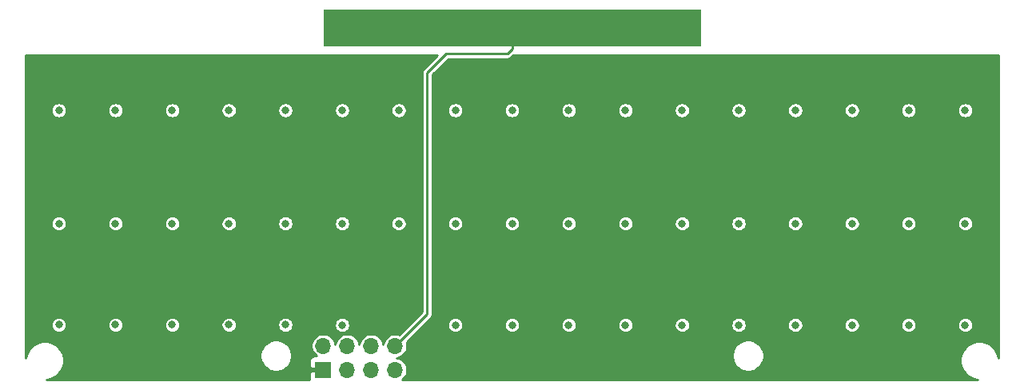
<source format=gbr>
G04 #@! TF.GenerationSoftware,KiCad,Pcbnew,(5.1.5-0-10_14)*
G04 #@! TF.CreationDate,2020-04-22T00:02:06+01:00*
G04 #@! TF.ProjectId,Display,44697370-6c61-4792-9e6b-696361645f70,rev?*
G04 #@! TF.SameCoordinates,Original*
G04 #@! TF.FileFunction,Copper,L4,Bot*
G04 #@! TF.FilePolarity,Positive*
%FSLAX46Y46*%
G04 Gerber Fmt 4.6, Leading zero omitted, Abs format (unit mm)*
G04 Created by KiCad (PCBNEW (5.1.5-0-10_14)) date 2020-04-22 00:02:06*
%MOMM*%
%LPD*%
G04 APERTURE LIST*
%ADD10O,1.700000X1.700000*%
%ADD11R,1.700000X1.700000*%
%ADD12R,40.000000X4.000000*%
%ADD13C,0.800000*%
%ADD14C,0.250000*%
%ADD15C,0.254000*%
G04 APERTURE END LIST*
D10*
X169620000Y-87960000D03*
X169620000Y-90500000D03*
X167080000Y-87960000D03*
X167080000Y-90500000D03*
X164540000Y-87960000D03*
X164540000Y-90500000D03*
X162000000Y-87960000D03*
D11*
X162000000Y-90500000D03*
D12*
X182000000Y-54250000D03*
D13*
X133999994Y-58250000D03*
X146000000Y-58250000D03*
X152000000Y-58250000D03*
X158000000Y-58250000D03*
X164000000Y-58250000D03*
X170000000Y-58250000D03*
X176000000Y-58250000D03*
X182000000Y-58250000D03*
X188000000Y-58250000D03*
X194000000Y-58250000D03*
X200000000Y-58250000D03*
X206000000Y-58250000D03*
X212000000Y-58250000D03*
X218000000Y-58250000D03*
X224000000Y-58250000D03*
X230000000Y-58250000D03*
X140000000Y-58250000D03*
X134000000Y-81000000D03*
X134000000Y-69000000D03*
X140000000Y-69000000D03*
X146000000Y-69000000D03*
X152000000Y-69000000D03*
X146000000Y-81000000D03*
X152000000Y-81000000D03*
X158000000Y-81000000D03*
X164000000Y-81000000D03*
X158000000Y-69000000D03*
X164000000Y-69000000D03*
X170000000Y-69000000D03*
X170000000Y-81000000D03*
X176000000Y-81000000D03*
X176000000Y-69000000D03*
X182000000Y-69000000D03*
X182000000Y-81000000D03*
X188000000Y-81000000D03*
X188000000Y-69000000D03*
X194000000Y-69000000D03*
X194000000Y-81000000D03*
X200000000Y-81000000D03*
X200000000Y-69000000D03*
X206000000Y-69000000D03*
X206000000Y-81000000D03*
X212000000Y-81000000D03*
X212000000Y-69000000D03*
X218000000Y-69000000D03*
X218000000Y-81000000D03*
X224000000Y-81000000D03*
X224000000Y-69000000D03*
X230000000Y-69000000D03*
X230000000Y-81000000D03*
X140000000Y-81000000D03*
X141899988Y-63900000D03*
X153900000Y-63900000D03*
X165900000Y-63900000D03*
X177900000Y-63900000D03*
X189900000Y-63900000D03*
X201900000Y-63900000D03*
X213900000Y-63900000D03*
X225900000Y-63900000D03*
X141900000Y-75900000D03*
X153900000Y-75900000D03*
X165900000Y-75900000D03*
X177900000Y-75900000D03*
X189900000Y-75900000D03*
X201900000Y-75900000D03*
X213900000Y-75900000D03*
X225900000Y-75900000D03*
X179300000Y-90400000D03*
X140000000Y-63000002D03*
X146000000Y-63000000D03*
X152000000Y-63000000D03*
X157999994Y-63000000D03*
X164000000Y-63000000D03*
X170000000Y-63000000D03*
X176000000Y-62999994D03*
X182000000Y-63000000D03*
X188000008Y-63000000D03*
X194000000Y-63000000D03*
X200000000Y-62999990D03*
X206000000Y-63000000D03*
X212000000Y-63000000D03*
X218000000Y-63000010D03*
X224000000Y-63000006D03*
X230000000Y-63000000D03*
X134000000Y-75000000D03*
X140000000Y-75000000D03*
X146000000Y-75000000D03*
X152000000Y-75000000D03*
X164000000Y-75000000D03*
X158000000Y-75000000D03*
X170000000Y-75000000D03*
X176000000Y-75000000D03*
X182000000Y-75000000D03*
X188000000Y-75000000D03*
X194000000Y-75000000D03*
X200000000Y-75000000D03*
X206000000Y-75000000D03*
X212000000Y-75000000D03*
X218000000Y-75000000D03*
X224000000Y-75000000D03*
X230000000Y-75000000D03*
X164000000Y-85750000D03*
X176000000Y-85750000D03*
X182000000Y-85750000D03*
X188000000Y-85750000D03*
X194000000Y-85750000D03*
X200000000Y-85750000D03*
X206000000Y-85750000D03*
X212000000Y-85750000D03*
X218000000Y-85750000D03*
X224000000Y-85750000D03*
X230000000Y-85750000D03*
X134000000Y-63000000D03*
X152000000Y-85724979D03*
X146000000Y-85724979D03*
X140000000Y-85724979D03*
X134000000Y-85724979D03*
X158000000Y-85724979D03*
D14*
X173000000Y-59000000D02*
X173000000Y-84580000D01*
X175000000Y-57000000D02*
X173000000Y-59000000D01*
X181500000Y-57000000D02*
X175000000Y-57000000D01*
X173000000Y-84580000D02*
X169620000Y-87960000D01*
X182000000Y-56500000D02*
X181500000Y-57000000D01*
X182000000Y-54250000D02*
X182000000Y-56500000D01*
D15*
G36*
X233523001Y-89280253D02*
G01*
X233449104Y-88908746D01*
X233296304Y-88539855D01*
X233074474Y-88207863D01*
X232792137Y-87925526D01*
X232460145Y-87703696D01*
X232091254Y-87550896D01*
X231699642Y-87473000D01*
X231300358Y-87473000D01*
X230908746Y-87550896D01*
X230539855Y-87703696D01*
X230207863Y-87925526D01*
X229925526Y-88207863D01*
X229703696Y-88539855D01*
X229550896Y-88908746D01*
X229473000Y-89300358D01*
X229473000Y-89699642D01*
X229550896Y-90091254D01*
X229703696Y-90460145D01*
X229925526Y-90792137D01*
X230207863Y-91074474D01*
X230539855Y-91296304D01*
X230908746Y-91449104D01*
X231280249Y-91523000D01*
X170387512Y-91523000D01*
X170434040Y-91491911D01*
X170611911Y-91314040D01*
X170751663Y-91104886D01*
X170847926Y-90872487D01*
X170897000Y-90625774D01*
X170897000Y-90374226D01*
X170847926Y-90127513D01*
X170751663Y-89895114D01*
X170611911Y-89685960D01*
X170434040Y-89508089D01*
X170224886Y-89368337D01*
X169992487Y-89272074D01*
X169780966Y-89230000D01*
X169992487Y-89187926D01*
X170224886Y-89091663D01*
X170434040Y-88951911D01*
X170551121Y-88834830D01*
X205323000Y-88834830D01*
X205323000Y-89165170D01*
X205387446Y-89489163D01*
X205513862Y-89794357D01*
X205697389Y-90069025D01*
X205930975Y-90302611D01*
X206205643Y-90486138D01*
X206510837Y-90612554D01*
X206834830Y-90677000D01*
X207165170Y-90677000D01*
X207489163Y-90612554D01*
X207794357Y-90486138D01*
X208069025Y-90302611D01*
X208302611Y-90069025D01*
X208486138Y-89794357D01*
X208612554Y-89489163D01*
X208677000Y-89165170D01*
X208677000Y-88834830D01*
X208612554Y-88510837D01*
X208486138Y-88205643D01*
X208302611Y-87930975D01*
X208069025Y-87697389D01*
X207794357Y-87513862D01*
X207489163Y-87387446D01*
X207165170Y-87323000D01*
X206834830Y-87323000D01*
X206510837Y-87387446D01*
X206205643Y-87513862D01*
X205930975Y-87697389D01*
X205697389Y-87930975D01*
X205513862Y-88205643D01*
X205387446Y-88510837D01*
X205323000Y-88834830D01*
X170551121Y-88834830D01*
X170611911Y-88774040D01*
X170751663Y-88564886D01*
X170847926Y-88332487D01*
X170897000Y-88085774D01*
X170897000Y-87834226D01*
X170847926Y-87587513D01*
X170826019Y-87534625D01*
X172692097Y-85668548D01*
X175173000Y-85668548D01*
X175173000Y-85831452D01*
X175204782Y-85991227D01*
X175267123Y-86141731D01*
X175357628Y-86277181D01*
X175472819Y-86392372D01*
X175608269Y-86482877D01*
X175758773Y-86545218D01*
X175918548Y-86577000D01*
X176081452Y-86577000D01*
X176241227Y-86545218D01*
X176391731Y-86482877D01*
X176527181Y-86392372D01*
X176642372Y-86277181D01*
X176732877Y-86141731D01*
X176795218Y-85991227D01*
X176827000Y-85831452D01*
X176827000Y-85668548D01*
X181173000Y-85668548D01*
X181173000Y-85831452D01*
X181204782Y-85991227D01*
X181267123Y-86141731D01*
X181357628Y-86277181D01*
X181472819Y-86392372D01*
X181608269Y-86482877D01*
X181758773Y-86545218D01*
X181918548Y-86577000D01*
X182081452Y-86577000D01*
X182241227Y-86545218D01*
X182391731Y-86482877D01*
X182527181Y-86392372D01*
X182642372Y-86277181D01*
X182732877Y-86141731D01*
X182795218Y-85991227D01*
X182827000Y-85831452D01*
X182827000Y-85668548D01*
X187173000Y-85668548D01*
X187173000Y-85831452D01*
X187204782Y-85991227D01*
X187267123Y-86141731D01*
X187357628Y-86277181D01*
X187472819Y-86392372D01*
X187608269Y-86482877D01*
X187758773Y-86545218D01*
X187918548Y-86577000D01*
X188081452Y-86577000D01*
X188241227Y-86545218D01*
X188391731Y-86482877D01*
X188527181Y-86392372D01*
X188642372Y-86277181D01*
X188732877Y-86141731D01*
X188795218Y-85991227D01*
X188827000Y-85831452D01*
X188827000Y-85668548D01*
X193173000Y-85668548D01*
X193173000Y-85831452D01*
X193204782Y-85991227D01*
X193267123Y-86141731D01*
X193357628Y-86277181D01*
X193472819Y-86392372D01*
X193608269Y-86482877D01*
X193758773Y-86545218D01*
X193918548Y-86577000D01*
X194081452Y-86577000D01*
X194241227Y-86545218D01*
X194391731Y-86482877D01*
X194527181Y-86392372D01*
X194642372Y-86277181D01*
X194732877Y-86141731D01*
X194795218Y-85991227D01*
X194827000Y-85831452D01*
X194827000Y-85668548D01*
X199173000Y-85668548D01*
X199173000Y-85831452D01*
X199204782Y-85991227D01*
X199267123Y-86141731D01*
X199357628Y-86277181D01*
X199472819Y-86392372D01*
X199608269Y-86482877D01*
X199758773Y-86545218D01*
X199918548Y-86577000D01*
X200081452Y-86577000D01*
X200241227Y-86545218D01*
X200391731Y-86482877D01*
X200527181Y-86392372D01*
X200642372Y-86277181D01*
X200732877Y-86141731D01*
X200795218Y-85991227D01*
X200827000Y-85831452D01*
X200827000Y-85668548D01*
X205173000Y-85668548D01*
X205173000Y-85831452D01*
X205204782Y-85991227D01*
X205267123Y-86141731D01*
X205357628Y-86277181D01*
X205472819Y-86392372D01*
X205608269Y-86482877D01*
X205758773Y-86545218D01*
X205918548Y-86577000D01*
X206081452Y-86577000D01*
X206241227Y-86545218D01*
X206391731Y-86482877D01*
X206527181Y-86392372D01*
X206642372Y-86277181D01*
X206732877Y-86141731D01*
X206795218Y-85991227D01*
X206827000Y-85831452D01*
X206827000Y-85668548D01*
X211173000Y-85668548D01*
X211173000Y-85831452D01*
X211204782Y-85991227D01*
X211267123Y-86141731D01*
X211357628Y-86277181D01*
X211472819Y-86392372D01*
X211608269Y-86482877D01*
X211758773Y-86545218D01*
X211918548Y-86577000D01*
X212081452Y-86577000D01*
X212241227Y-86545218D01*
X212391731Y-86482877D01*
X212527181Y-86392372D01*
X212642372Y-86277181D01*
X212732877Y-86141731D01*
X212795218Y-85991227D01*
X212827000Y-85831452D01*
X212827000Y-85668548D01*
X217173000Y-85668548D01*
X217173000Y-85831452D01*
X217204782Y-85991227D01*
X217267123Y-86141731D01*
X217357628Y-86277181D01*
X217472819Y-86392372D01*
X217608269Y-86482877D01*
X217758773Y-86545218D01*
X217918548Y-86577000D01*
X218081452Y-86577000D01*
X218241227Y-86545218D01*
X218391731Y-86482877D01*
X218527181Y-86392372D01*
X218642372Y-86277181D01*
X218732877Y-86141731D01*
X218795218Y-85991227D01*
X218827000Y-85831452D01*
X218827000Y-85668548D01*
X223173000Y-85668548D01*
X223173000Y-85831452D01*
X223204782Y-85991227D01*
X223267123Y-86141731D01*
X223357628Y-86277181D01*
X223472819Y-86392372D01*
X223608269Y-86482877D01*
X223758773Y-86545218D01*
X223918548Y-86577000D01*
X224081452Y-86577000D01*
X224241227Y-86545218D01*
X224391731Y-86482877D01*
X224527181Y-86392372D01*
X224642372Y-86277181D01*
X224732877Y-86141731D01*
X224795218Y-85991227D01*
X224827000Y-85831452D01*
X224827000Y-85668548D01*
X229173000Y-85668548D01*
X229173000Y-85831452D01*
X229204782Y-85991227D01*
X229267123Y-86141731D01*
X229357628Y-86277181D01*
X229472819Y-86392372D01*
X229608269Y-86482877D01*
X229758773Y-86545218D01*
X229918548Y-86577000D01*
X230081452Y-86577000D01*
X230241227Y-86545218D01*
X230391731Y-86482877D01*
X230527181Y-86392372D01*
X230642372Y-86277181D01*
X230732877Y-86141731D01*
X230795218Y-85991227D01*
X230827000Y-85831452D01*
X230827000Y-85668548D01*
X230795218Y-85508773D01*
X230732877Y-85358269D01*
X230642372Y-85222819D01*
X230527181Y-85107628D01*
X230391731Y-85017123D01*
X230241227Y-84954782D01*
X230081452Y-84923000D01*
X229918548Y-84923000D01*
X229758773Y-84954782D01*
X229608269Y-85017123D01*
X229472819Y-85107628D01*
X229357628Y-85222819D01*
X229267123Y-85358269D01*
X229204782Y-85508773D01*
X229173000Y-85668548D01*
X224827000Y-85668548D01*
X224795218Y-85508773D01*
X224732877Y-85358269D01*
X224642372Y-85222819D01*
X224527181Y-85107628D01*
X224391731Y-85017123D01*
X224241227Y-84954782D01*
X224081452Y-84923000D01*
X223918548Y-84923000D01*
X223758773Y-84954782D01*
X223608269Y-85017123D01*
X223472819Y-85107628D01*
X223357628Y-85222819D01*
X223267123Y-85358269D01*
X223204782Y-85508773D01*
X223173000Y-85668548D01*
X218827000Y-85668548D01*
X218795218Y-85508773D01*
X218732877Y-85358269D01*
X218642372Y-85222819D01*
X218527181Y-85107628D01*
X218391731Y-85017123D01*
X218241227Y-84954782D01*
X218081452Y-84923000D01*
X217918548Y-84923000D01*
X217758773Y-84954782D01*
X217608269Y-85017123D01*
X217472819Y-85107628D01*
X217357628Y-85222819D01*
X217267123Y-85358269D01*
X217204782Y-85508773D01*
X217173000Y-85668548D01*
X212827000Y-85668548D01*
X212795218Y-85508773D01*
X212732877Y-85358269D01*
X212642372Y-85222819D01*
X212527181Y-85107628D01*
X212391731Y-85017123D01*
X212241227Y-84954782D01*
X212081452Y-84923000D01*
X211918548Y-84923000D01*
X211758773Y-84954782D01*
X211608269Y-85017123D01*
X211472819Y-85107628D01*
X211357628Y-85222819D01*
X211267123Y-85358269D01*
X211204782Y-85508773D01*
X211173000Y-85668548D01*
X206827000Y-85668548D01*
X206795218Y-85508773D01*
X206732877Y-85358269D01*
X206642372Y-85222819D01*
X206527181Y-85107628D01*
X206391731Y-85017123D01*
X206241227Y-84954782D01*
X206081452Y-84923000D01*
X205918548Y-84923000D01*
X205758773Y-84954782D01*
X205608269Y-85017123D01*
X205472819Y-85107628D01*
X205357628Y-85222819D01*
X205267123Y-85358269D01*
X205204782Y-85508773D01*
X205173000Y-85668548D01*
X200827000Y-85668548D01*
X200795218Y-85508773D01*
X200732877Y-85358269D01*
X200642372Y-85222819D01*
X200527181Y-85107628D01*
X200391731Y-85017123D01*
X200241227Y-84954782D01*
X200081452Y-84923000D01*
X199918548Y-84923000D01*
X199758773Y-84954782D01*
X199608269Y-85017123D01*
X199472819Y-85107628D01*
X199357628Y-85222819D01*
X199267123Y-85358269D01*
X199204782Y-85508773D01*
X199173000Y-85668548D01*
X194827000Y-85668548D01*
X194795218Y-85508773D01*
X194732877Y-85358269D01*
X194642372Y-85222819D01*
X194527181Y-85107628D01*
X194391731Y-85017123D01*
X194241227Y-84954782D01*
X194081452Y-84923000D01*
X193918548Y-84923000D01*
X193758773Y-84954782D01*
X193608269Y-85017123D01*
X193472819Y-85107628D01*
X193357628Y-85222819D01*
X193267123Y-85358269D01*
X193204782Y-85508773D01*
X193173000Y-85668548D01*
X188827000Y-85668548D01*
X188795218Y-85508773D01*
X188732877Y-85358269D01*
X188642372Y-85222819D01*
X188527181Y-85107628D01*
X188391731Y-85017123D01*
X188241227Y-84954782D01*
X188081452Y-84923000D01*
X187918548Y-84923000D01*
X187758773Y-84954782D01*
X187608269Y-85017123D01*
X187472819Y-85107628D01*
X187357628Y-85222819D01*
X187267123Y-85358269D01*
X187204782Y-85508773D01*
X187173000Y-85668548D01*
X182827000Y-85668548D01*
X182795218Y-85508773D01*
X182732877Y-85358269D01*
X182642372Y-85222819D01*
X182527181Y-85107628D01*
X182391731Y-85017123D01*
X182241227Y-84954782D01*
X182081452Y-84923000D01*
X181918548Y-84923000D01*
X181758773Y-84954782D01*
X181608269Y-85017123D01*
X181472819Y-85107628D01*
X181357628Y-85222819D01*
X181267123Y-85358269D01*
X181204782Y-85508773D01*
X181173000Y-85668548D01*
X176827000Y-85668548D01*
X176795218Y-85508773D01*
X176732877Y-85358269D01*
X176642372Y-85222819D01*
X176527181Y-85107628D01*
X176391731Y-85017123D01*
X176241227Y-84954782D01*
X176081452Y-84923000D01*
X175918548Y-84923000D01*
X175758773Y-84954782D01*
X175608269Y-85017123D01*
X175472819Y-85107628D01*
X175357628Y-85222819D01*
X175267123Y-85358269D01*
X175204782Y-85508773D01*
X175173000Y-85668548D01*
X172692097Y-85668548D01*
X173371154Y-84989492D01*
X173392211Y-84972211D01*
X173461191Y-84888158D01*
X173512448Y-84792263D01*
X173544012Y-84688211D01*
X173552000Y-84607109D01*
X173554670Y-84580000D01*
X173552000Y-84552892D01*
X173552000Y-74918548D01*
X175173000Y-74918548D01*
X175173000Y-75081452D01*
X175204782Y-75241227D01*
X175267123Y-75391731D01*
X175357628Y-75527181D01*
X175472819Y-75642372D01*
X175608269Y-75732877D01*
X175758773Y-75795218D01*
X175918548Y-75827000D01*
X176081452Y-75827000D01*
X176241227Y-75795218D01*
X176391731Y-75732877D01*
X176527181Y-75642372D01*
X176642372Y-75527181D01*
X176732877Y-75391731D01*
X176795218Y-75241227D01*
X176827000Y-75081452D01*
X176827000Y-74918548D01*
X181173000Y-74918548D01*
X181173000Y-75081452D01*
X181204782Y-75241227D01*
X181267123Y-75391731D01*
X181357628Y-75527181D01*
X181472819Y-75642372D01*
X181608269Y-75732877D01*
X181758773Y-75795218D01*
X181918548Y-75827000D01*
X182081452Y-75827000D01*
X182241227Y-75795218D01*
X182391731Y-75732877D01*
X182527181Y-75642372D01*
X182642372Y-75527181D01*
X182732877Y-75391731D01*
X182795218Y-75241227D01*
X182827000Y-75081452D01*
X182827000Y-74918548D01*
X187173000Y-74918548D01*
X187173000Y-75081452D01*
X187204782Y-75241227D01*
X187267123Y-75391731D01*
X187357628Y-75527181D01*
X187472819Y-75642372D01*
X187608269Y-75732877D01*
X187758773Y-75795218D01*
X187918548Y-75827000D01*
X188081452Y-75827000D01*
X188241227Y-75795218D01*
X188391731Y-75732877D01*
X188527181Y-75642372D01*
X188642372Y-75527181D01*
X188732877Y-75391731D01*
X188795218Y-75241227D01*
X188827000Y-75081452D01*
X188827000Y-74918548D01*
X193173000Y-74918548D01*
X193173000Y-75081452D01*
X193204782Y-75241227D01*
X193267123Y-75391731D01*
X193357628Y-75527181D01*
X193472819Y-75642372D01*
X193608269Y-75732877D01*
X193758773Y-75795218D01*
X193918548Y-75827000D01*
X194081452Y-75827000D01*
X194241227Y-75795218D01*
X194391731Y-75732877D01*
X194527181Y-75642372D01*
X194642372Y-75527181D01*
X194732877Y-75391731D01*
X194795218Y-75241227D01*
X194827000Y-75081452D01*
X194827000Y-74918548D01*
X199173000Y-74918548D01*
X199173000Y-75081452D01*
X199204782Y-75241227D01*
X199267123Y-75391731D01*
X199357628Y-75527181D01*
X199472819Y-75642372D01*
X199608269Y-75732877D01*
X199758773Y-75795218D01*
X199918548Y-75827000D01*
X200081452Y-75827000D01*
X200241227Y-75795218D01*
X200391731Y-75732877D01*
X200527181Y-75642372D01*
X200642372Y-75527181D01*
X200732877Y-75391731D01*
X200795218Y-75241227D01*
X200827000Y-75081452D01*
X200827000Y-74918548D01*
X205173000Y-74918548D01*
X205173000Y-75081452D01*
X205204782Y-75241227D01*
X205267123Y-75391731D01*
X205357628Y-75527181D01*
X205472819Y-75642372D01*
X205608269Y-75732877D01*
X205758773Y-75795218D01*
X205918548Y-75827000D01*
X206081452Y-75827000D01*
X206241227Y-75795218D01*
X206391731Y-75732877D01*
X206527181Y-75642372D01*
X206642372Y-75527181D01*
X206732877Y-75391731D01*
X206795218Y-75241227D01*
X206827000Y-75081452D01*
X206827000Y-74918548D01*
X211173000Y-74918548D01*
X211173000Y-75081452D01*
X211204782Y-75241227D01*
X211267123Y-75391731D01*
X211357628Y-75527181D01*
X211472819Y-75642372D01*
X211608269Y-75732877D01*
X211758773Y-75795218D01*
X211918548Y-75827000D01*
X212081452Y-75827000D01*
X212241227Y-75795218D01*
X212391731Y-75732877D01*
X212527181Y-75642372D01*
X212642372Y-75527181D01*
X212732877Y-75391731D01*
X212795218Y-75241227D01*
X212827000Y-75081452D01*
X212827000Y-74918548D01*
X217173000Y-74918548D01*
X217173000Y-75081452D01*
X217204782Y-75241227D01*
X217267123Y-75391731D01*
X217357628Y-75527181D01*
X217472819Y-75642372D01*
X217608269Y-75732877D01*
X217758773Y-75795218D01*
X217918548Y-75827000D01*
X218081452Y-75827000D01*
X218241227Y-75795218D01*
X218391731Y-75732877D01*
X218527181Y-75642372D01*
X218642372Y-75527181D01*
X218732877Y-75391731D01*
X218795218Y-75241227D01*
X218827000Y-75081452D01*
X218827000Y-74918548D01*
X223173000Y-74918548D01*
X223173000Y-75081452D01*
X223204782Y-75241227D01*
X223267123Y-75391731D01*
X223357628Y-75527181D01*
X223472819Y-75642372D01*
X223608269Y-75732877D01*
X223758773Y-75795218D01*
X223918548Y-75827000D01*
X224081452Y-75827000D01*
X224241227Y-75795218D01*
X224391731Y-75732877D01*
X224527181Y-75642372D01*
X224642372Y-75527181D01*
X224732877Y-75391731D01*
X224795218Y-75241227D01*
X224827000Y-75081452D01*
X224827000Y-74918548D01*
X229173000Y-74918548D01*
X229173000Y-75081452D01*
X229204782Y-75241227D01*
X229267123Y-75391731D01*
X229357628Y-75527181D01*
X229472819Y-75642372D01*
X229608269Y-75732877D01*
X229758773Y-75795218D01*
X229918548Y-75827000D01*
X230081452Y-75827000D01*
X230241227Y-75795218D01*
X230391731Y-75732877D01*
X230527181Y-75642372D01*
X230642372Y-75527181D01*
X230732877Y-75391731D01*
X230795218Y-75241227D01*
X230827000Y-75081452D01*
X230827000Y-74918548D01*
X230795218Y-74758773D01*
X230732877Y-74608269D01*
X230642372Y-74472819D01*
X230527181Y-74357628D01*
X230391731Y-74267123D01*
X230241227Y-74204782D01*
X230081452Y-74173000D01*
X229918548Y-74173000D01*
X229758773Y-74204782D01*
X229608269Y-74267123D01*
X229472819Y-74357628D01*
X229357628Y-74472819D01*
X229267123Y-74608269D01*
X229204782Y-74758773D01*
X229173000Y-74918548D01*
X224827000Y-74918548D01*
X224795218Y-74758773D01*
X224732877Y-74608269D01*
X224642372Y-74472819D01*
X224527181Y-74357628D01*
X224391731Y-74267123D01*
X224241227Y-74204782D01*
X224081452Y-74173000D01*
X223918548Y-74173000D01*
X223758773Y-74204782D01*
X223608269Y-74267123D01*
X223472819Y-74357628D01*
X223357628Y-74472819D01*
X223267123Y-74608269D01*
X223204782Y-74758773D01*
X223173000Y-74918548D01*
X218827000Y-74918548D01*
X218795218Y-74758773D01*
X218732877Y-74608269D01*
X218642372Y-74472819D01*
X218527181Y-74357628D01*
X218391731Y-74267123D01*
X218241227Y-74204782D01*
X218081452Y-74173000D01*
X217918548Y-74173000D01*
X217758773Y-74204782D01*
X217608269Y-74267123D01*
X217472819Y-74357628D01*
X217357628Y-74472819D01*
X217267123Y-74608269D01*
X217204782Y-74758773D01*
X217173000Y-74918548D01*
X212827000Y-74918548D01*
X212795218Y-74758773D01*
X212732877Y-74608269D01*
X212642372Y-74472819D01*
X212527181Y-74357628D01*
X212391731Y-74267123D01*
X212241227Y-74204782D01*
X212081452Y-74173000D01*
X211918548Y-74173000D01*
X211758773Y-74204782D01*
X211608269Y-74267123D01*
X211472819Y-74357628D01*
X211357628Y-74472819D01*
X211267123Y-74608269D01*
X211204782Y-74758773D01*
X211173000Y-74918548D01*
X206827000Y-74918548D01*
X206795218Y-74758773D01*
X206732877Y-74608269D01*
X206642372Y-74472819D01*
X206527181Y-74357628D01*
X206391731Y-74267123D01*
X206241227Y-74204782D01*
X206081452Y-74173000D01*
X205918548Y-74173000D01*
X205758773Y-74204782D01*
X205608269Y-74267123D01*
X205472819Y-74357628D01*
X205357628Y-74472819D01*
X205267123Y-74608269D01*
X205204782Y-74758773D01*
X205173000Y-74918548D01*
X200827000Y-74918548D01*
X200795218Y-74758773D01*
X200732877Y-74608269D01*
X200642372Y-74472819D01*
X200527181Y-74357628D01*
X200391731Y-74267123D01*
X200241227Y-74204782D01*
X200081452Y-74173000D01*
X199918548Y-74173000D01*
X199758773Y-74204782D01*
X199608269Y-74267123D01*
X199472819Y-74357628D01*
X199357628Y-74472819D01*
X199267123Y-74608269D01*
X199204782Y-74758773D01*
X199173000Y-74918548D01*
X194827000Y-74918548D01*
X194795218Y-74758773D01*
X194732877Y-74608269D01*
X194642372Y-74472819D01*
X194527181Y-74357628D01*
X194391731Y-74267123D01*
X194241227Y-74204782D01*
X194081452Y-74173000D01*
X193918548Y-74173000D01*
X193758773Y-74204782D01*
X193608269Y-74267123D01*
X193472819Y-74357628D01*
X193357628Y-74472819D01*
X193267123Y-74608269D01*
X193204782Y-74758773D01*
X193173000Y-74918548D01*
X188827000Y-74918548D01*
X188795218Y-74758773D01*
X188732877Y-74608269D01*
X188642372Y-74472819D01*
X188527181Y-74357628D01*
X188391731Y-74267123D01*
X188241227Y-74204782D01*
X188081452Y-74173000D01*
X187918548Y-74173000D01*
X187758773Y-74204782D01*
X187608269Y-74267123D01*
X187472819Y-74357628D01*
X187357628Y-74472819D01*
X187267123Y-74608269D01*
X187204782Y-74758773D01*
X187173000Y-74918548D01*
X182827000Y-74918548D01*
X182795218Y-74758773D01*
X182732877Y-74608269D01*
X182642372Y-74472819D01*
X182527181Y-74357628D01*
X182391731Y-74267123D01*
X182241227Y-74204782D01*
X182081452Y-74173000D01*
X181918548Y-74173000D01*
X181758773Y-74204782D01*
X181608269Y-74267123D01*
X181472819Y-74357628D01*
X181357628Y-74472819D01*
X181267123Y-74608269D01*
X181204782Y-74758773D01*
X181173000Y-74918548D01*
X176827000Y-74918548D01*
X176795218Y-74758773D01*
X176732877Y-74608269D01*
X176642372Y-74472819D01*
X176527181Y-74357628D01*
X176391731Y-74267123D01*
X176241227Y-74204782D01*
X176081452Y-74173000D01*
X175918548Y-74173000D01*
X175758773Y-74204782D01*
X175608269Y-74267123D01*
X175472819Y-74357628D01*
X175357628Y-74472819D01*
X175267123Y-74608269D01*
X175204782Y-74758773D01*
X175173000Y-74918548D01*
X173552000Y-74918548D01*
X173552000Y-62918542D01*
X175173000Y-62918542D01*
X175173000Y-63081446D01*
X175204782Y-63241221D01*
X175267123Y-63391725D01*
X175357628Y-63527175D01*
X175472819Y-63642366D01*
X175608269Y-63732871D01*
X175758773Y-63795212D01*
X175918548Y-63826994D01*
X176081452Y-63826994D01*
X176241227Y-63795212D01*
X176391731Y-63732871D01*
X176527181Y-63642366D01*
X176642372Y-63527175D01*
X176732877Y-63391725D01*
X176795218Y-63241221D01*
X176827000Y-63081446D01*
X176827000Y-62918548D01*
X181173000Y-62918548D01*
X181173000Y-63081452D01*
X181204782Y-63241227D01*
X181267123Y-63391731D01*
X181357628Y-63527181D01*
X181472819Y-63642372D01*
X181608269Y-63732877D01*
X181758773Y-63795218D01*
X181918548Y-63827000D01*
X182081452Y-63827000D01*
X182241227Y-63795218D01*
X182391731Y-63732877D01*
X182527181Y-63642372D01*
X182642372Y-63527181D01*
X182732877Y-63391731D01*
X182795218Y-63241227D01*
X182827000Y-63081452D01*
X182827000Y-62918548D01*
X187173008Y-62918548D01*
X187173008Y-63081452D01*
X187204790Y-63241227D01*
X187267131Y-63391731D01*
X187357636Y-63527181D01*
X187472827Y-63642372D01*
X187608277Y-63732877D01*
X187758781Y-63795218D01*
X187918556Y-63827000D01*
X188081460Y-63827000D01*
X188241235Y-63795218D01*
X188391739Y-63732877D01*
X188527189Y-63642372D01*
X188642380Y-63527181D01*
X188732885Y-63391731D01*
X188795226Y-63241227D01*
X188827008Y-63081452D01*
X188827008Y-62918548D01*
X193173000Y-62918548D01*
X193173000Y-63081452D01*
X193204782Y-63241227D01*
X193267123Y-63391731D01*
X193357628Y-63527181D01*
X193472819Y-63642372D01*
X193608269Y-63732877D01*
X193758773Y-63795218D01*
X193918548Y-63827000D01*
X194081452Y-63827000D01*
X194241227Y-63795218D01*
X194391731Y-63732877D01*
X194527181Y-63642372D01*
X194642372Y-63527181D01*
X194732877Y-63391731D01*
X194795218Y-63241227D01*
X194827000Y-63081452D01*
X194827000Y-62918548D01*
X194826999Y-62918538D01*
X199173000Y-62918538D01*
X199173000Y-63081442D01*
X199204782Y-63241217D01*
X199267123Y-63391721D01*
X199357628Y-63527171D01*
X199472819Y-63642362D01*
X199608269Y-63732867D01*
X199758773Y-63795208D01*
X199918548Y-63826990D01*
X200081452Y-63826990D01*
X200241227Y-63795208D01*
X200391731Y-63732867D01*
X200527181Y-63642362D01*
X200642372Y-63527171D01*
X200732877Y-63391721D01*
X200795218Y-63241217D01*
X200827000Y-63081442D01*
X200827000Y-62918548D01*
X205173000Y-62918548D01*
X205173000Y-63081452D01*
X205204782Y-63241227D01*
X205267123Y-63391731D01*
X205357628Y-63527181D01*
X205472819Y-63642372D01*
X205608269Y-63732877D01*
X205758773Y-63795218D01*
X205918548Y-63827000D01*
X206081452Y-63827000D01*
X206241227Y-63795218D01*
X206391731Y-63732877D01*
X206527181Y-63642372D01*
X206642372Y-63527181D01*
X206732877Y-63391731D01*
X206795218Y-63241227D01*
X206827000Y-63081452D01*
X206827000Y-62918548D01*
X211173000Y-62918548D01*
X211173000Y-63081452D01*
X211204782Y-63241227D01*
X211267123Y-63391731D01*
X211357628Y-63527181D01*
X211472819Y-63642372D01*
X211608269Y-63732877D01*
X211758773Y-63795218D01*
X211918548Y-63827000D01*
X212081452Y-63827000D01*
X212241227Y-63795218D01*
X212391731Y-63732877D01*
X212527181Y-63642372D01*
X212642372Y-63527181D01*
X212732877Y-63391731D01*
X212795218Y-63241227D01*
X212827000Y-63081452D01*
X212827000Y-62918558D01*
X217173000Y-62918558D01*
X217173000Y-63081462D01*
X217204782Y-63241237D01*
X217267123Y-63391741D01*
X217357628Y-63527191D01*
X217472819Y-63642382D01*
X217608269Y-63732887D01*
X217758773Y-63795228D01*
X217918548Y-63827010D01*
X218081452Y-63827010D01*
X218241227Y-63795228D01*
X218391731Y-63732887D01*
X218527181Y-63642382D01*
X218642372Y-63527191D01*
X218732877Y-63391741D01*
X218795218Y-63241237D01*
X218827000Y-63081462D01*
X218827000Y-62918558D01*
X218827000Y-62918554D01*
X223173000Y-62918554D01*
X223173000Y-63081458D01*
X223204782Y-63241233D01*
X223267123Y-63391737D01*
X223357628Y-63527187D01*
X223472819Y-63642378D01*
X223608269Y-63732883D01*
X223758773Y-63795224D01*
X223918548Y-63827006D01*
X224081452Y-63827006D01*
X224241227Y-63795224D01*
X224391731Y-63732883D01*
X224527181Y-63642378D01*
X224642372Y-63527187D01*
X224732877Y-63391737D01*
X224795218Y-63241233D01*
X224827000Y-63081458D01*
X224827000Y-62918554D01*
X224826999Y-62918548D01*
X229173000Y-62918548D01*
X229173000Y-63081452D01*
X229204782Y-63241227D01*
X229267123Y-63391731D01*
X229357628Y-63527181D01*
X229472819Y-63642372D01*
X229608269Y-63732877D01*
X229758773Y-63795218D01*
X229918548Y-63827000D01*
X230081452Y-63827000D01*
X230241227Y-63795218D01*
X230391731Y-63732877D01*
X230527181Y-63642372D01*
X230642372Y-63527181D01*
X230732877Y-63391731D01*
X230795218Y-63241227D01*
X230827000Y-63081452D01*
X230827000Y-62918548D01*
X230795218Y-62758773D01*
X230732877Y-62608269D01*
X230642372Y-62472819D01*
X230527181Y-62357628D01*
X230391731Y-62267123D01*
X230241227Y-62204782D01*
X230081452Y-62173000D01*
X229918548Y-62173000D01*
X229758773Y-62204782D01*
X229608269Y-62267123D01*
X229472819Y-62357628D01*
X229357628Y-62472819D01*
X229267123Y-62608269D01*
X229204782Y-62758773D01*
X229173000Y-62918548D01*
X224826999Y-62918548D01*
X224795218Y-62758779D01*
X224732877Y-62608275D01*
X224642372Y-62472825D01*
X224527181Y-62357634D01*
X224391731Y-62267129D01*
X224241227Y-62204788D01*
X224081452Y-62173006D01*
X223918548Y-62173006D01*
X223758773Y-62204788D01*
X223608269Y-62267129D01*
X223472819Y-62357634D01*
X223357628Y-62472825D01*
X223267123Y-62608275D01*
X223204782Y-62758779D01*
X223173000Y-62918554D01*
X218827000Y-62918554D01*
X218795218Y-62758783D01*
X218732877Y-62608279D01*
X218642372Y-62472829D01*
X218527181Y-62357638D01*
X218391731Y-62267133D01*
X218241227Y-62204792D01*
X218081452Y-62173010D01*
X217918548Y-62173010D01*
X217758773Y-62204792D01*
X217608269Y-62267133D01*
X217472819Y-62357638D01*
X217357628Y-62472829D01*
X217267123Y-62608279D01*
X217204782Y-62758783D01*
X217173000Y-62918558D01*
X212827000Y-62918558D01*
X212827000Y-62918548D01*
X212795218Y-62758773D01*
X212732877Y-62608269D01*
X212642372Y-62472819D01*
X212527181Y-62357628D01*
X212391731Y-62267123D01*
X212241227Y-62204782D01*
X212081452Y-62173000D01*
X211918548Y-62173000D01*
X211758773Y-62204782D01*
X211608269Y-62267123D01*
X211472819Y-62357628D01*
X211357628Y-62472819D01*
X211267123Y-62608269D01*
X211204782Y-62758773D01*
X211173000Y-62918548D01*
X206827000Y-62918548D01*
X206795218Y-62758773D01*
X206732877Y-62608269D01*
X206642372Y-62472819D01*
X206527181Y-62357628D01*
X206391731Y-62267123D01*
X206241227Y-62204782D01*
X206081452Y-62173000D01*
X205918548Y-62173000D01*
X205758773Y-62204782D01*
X205608269Y-62267123D01*
X205472819Y-62357628D01*
X205357628Y-62472819D01*
X205267123Y-62608269D01*
X205204782Y-62758773D01*
X205173000Y-62918548D01*
X200827000Y-62918548D01*
X200827000Y-62918538D01*
X200795218Y-62758763D01*
X200732877Y-62608259D01*
X200642372Y-62472809D01*
X200527181Y-62357618D01*
X200391731Y-62267113D01*
X200241227Y-62204772D01*
X200081452Y-62172990D01*
X199918548Y-62172990D01*
X199758773Y-62204772D01*
X199608269Y-62267113D01*
X199472819Y-62357618D01*
X199357628Y-62472809D01*
X199267123Y-62608259D01*
X199204782Y-62758763D01*
X199173000Y-62918538D01*
X194826999Y-62918538D01*
X194795218Y-62758773D01*
X194732877Y-62608269D01*
X194642372Y-62472819D01*
X194527181Y-62357628D01*
X194391731Y-62267123D01*
X194241227Y-62204782D01*
X194081452Y-62173000D01*
X193918548Y-62173000D01*
X193758773Y-62204782D01*
X193608269Y-62267123D01*
X193472819Y-62357628D01*
X193357628Y-62472819D01*
X193267123Y-62608269D01*
X193204782Y-62758773D01*
X193173000Y-62918548D01*
X188827008Y-62918548D01*
X188795226Y-62758773D01*
X188732885Y-62608269D01*
X188642380Y-62472819D01*
X188527189Y-62357628D01*
X188391739Y-62267123D01*
X188241235Y-62204782D01*
X188081460Y-62173000D01*
X187918556Y-62173000D01*
X187758781Y-62204782D01*
X187608277Y-62267123D01*
X187472827Y-62357628D01*
X187357636Y-62472819D01*
X187267131Y-62608269D01*
X187204790Y-62758773D01*
X187173008Y-62918548D01*
X182827000Y-62918548D01*
X182795218Y-62758773D01*
X182732877Y-62608269D01*
X182642372Y-62472819D01*
X182527181Y-62357628D01*
X182391731Y-62267123D01*
X182241227Y-62204782D01*
X182081452Y-62173000D01*
X181918548Y-62173000D01*
X181758773Y-62204782D01*
X181608269Y-62267123D01*
X181472819Y-62357628D01*
X181357628Y-62472819D01*
X181267123Y-62608269D01*
X181204782Y-62758773D01*
X181173000Y-62918548D01*
X176827000Y-62918548D01*
X176827000Y-62918542D01*
X176795218Y-62758767D01*
X176732877Y-62608263D01*
X176642372Y-62472813D01*
X176527181Y-62357622D01*
X176391731Y-62267117D01*
X176241227Y-62204776D01*
X176081452Y-62172994D01*
X175918548Y-62172994D01*
X175758773Y-62204776D01*
X175608269Y-62267117D01*
X175472819Y-62357622D01*
X175357628Y-62472813D01*
X175267123Y-62608263D01*
X175204782Y-62758767D01*
X175173000Y-62918542D01*
X173552000Y-62918542D01*
X173552000Y-59228644D01*
X175228646Y-57552000D01*
X181472894Y-57552000D01*
X181500000Y-57554670D01*
X181527106Y-57552000D01*
X181527109Y-57552000D01*
X181608211Y-57544012D01*
X181712263Y-57512448D01*
X181808158Y-57461191D01*
X181892211Y-57392211D01*
X181909500Y-57371144D01*
X182153645Y-57127000D01*
X233523000Y-57127000D01*
X233523001Y-89280253D01*
G37*
X233523001Y-89280253D02*
X233449104Y-88908746D01*
X233296304Y-88539855D01*
X233074474Y-88207863D01*
X232792137Y-87925526D01*
X232460145Y-87703696D01*
X232091254Y-87550896D01*
X231699642Y-87473000D01*
X231300358Y-87473000D01*
X230908746Y-87550896D01*
X230539855Y-87703696D01*
X230207863Y-87925526D01*
X229925526Y-88207863D01*
X229703696Y-88539855D01*
X229550896Y-88908746D01*
X229473000Y-89300358D01*
X229473000Y-89699642D01*
X229550896Y-90091254D01*
X229703696Y-90460145D01*
X229925526Y-90792137D01*
X230207863Y-91074474D01*
X230539855Y-91296304D01*
X230908746Y-91449104D01*
X231280249Y-91523000D01*
X170387512Y-91523000D01*
X170434040Y-91491911D01*
X170611911Y-91314040D01*
X170751663Y-91104886D01*
X170847926Y-90872487D01*
X170897000Y-90625774D01*
X170897000Y-90374226D01*
X170847926Y-90127513D01*
X170751663Y-89895114D01*
X170611911Y-89685960D01*
X170434040Y-89508089D01*
X170224886Y-89368337D01*
X169992487Y-89272074D01*
X169780966Y-89230000D01*
X169992487Y-89187926D01*
X170224886Y-89091663D01*
X170434040Y-88951911D01*
X170551121Y-88834830D01*
X205323000Y-88834830D01*
X205323000Y-89165170D01*
X205387446Y-89489163D01*
X205513862Y-89794357D01*
X205697389Y-90069025D01*
X205930975Y-90302611D01*
X206205643Y-90486138D01*
X206510837Y-90612554D01*
X206834830Y-90677000D01*
X207165170Y-90677000D01*
X207489163Y-90612554D01*
X207794357Y-90486138D01*
X208069025Y-90302611D01*
X208302611Y-90069025D01*
X208486138Y-89794357D01*
X208612554Y-89489163D01*
X208677000Y-89165170D01*
X208677000Y-88834830D01*
X208612554Y-88510837D01*
X208486138Y-88205643D01*
X208302611Y-87930975D01*
X208069025Y-87697389D01*
X207794357Y-87513862D01*
X207489163Y-87387446D01*
X207165170Y-87323000D01*
X206834830Y-87323000D01*
X206510837Y-87387446D01*
X206205643Y-87513862D01*
X205930975Y-87697389D01*
X205697389Y-87930975D01*
X205513862Y-88205643D01*
X205387446Y-88510837D01*
X205323000Y-88834830D01*
X170551121Y-88834830D01*
X170611911Y-88774040D01*
X170751663Y-88564886D01*
X170847926Y-88332487D01*
X170897000Y-88085774D01*
X170897000Y-87834226D01*
X170847926Y-87587513D01*
X170826019Y-87534625D01*
X172692097Y-85668548D01*
X175173000Y-85668548D01*
X175173000Y-85831452D01*
X175204782Y-85991227D01*
X175267123Y-86141731D01*
X175357628Y-86277181D01*
X175472819Y-86392372D01*
X175608269Y-86482877D01*
X175758773Y-86545218D01*
X175918548Y-86577000D01*
X176081452Y-86577000D01*
X176241227Y-86545218D01*
X176391731Y-86482877D01*
X176527181Y-86392372D01*
X176642372Y-86277181D01*
X176732877Y-86141731D01*
X176795218Y-85991227D01*
X176827000Y-85831452D01*
X176827000Y-85668548D01*
X181173000Y-85668548D01*
X181173000Y-85831452D01*
X181204782Y-85991227D01*
X181267123Y-86141731D01*
X181357628Y-86277181D01*
X181472819Y-86392372D01*
X181608269Y-86482877D01*
X181758773Y-86545218D01*
X181918548Y-86577000D01*
X182081452Y-86577000D01*
X182241227Y-86545218D01*
X182391731Y-86482877D01*
X182527181Y-86392372D01*
X182642372Y-86277181D01*
X182732877Y-86141731D01*
X182795218Y-85991227D01*
X182827000Y-85831452D01*
X182827000Y-85668548D01*
X187173000Y-85668548D01*
X187173000Y-85831452D01*
X187204782Y-85991227D01*
X187267123Y-86141731D01*
X187357628Y-86277181D01*
X187472819Y-86392372D01*
X187608269Y-86482877D01*
X187758773Y-86545218D01*
X187918548Y-86577000D01*
X188081452Y-86577000D01*
X188241227Y-86545218D01*
X188391731Y-86482877D01*
X188527181Y-86392372D01*
X188642372Y-86277181D01*
X188732877Y-86141731D01*
X188795218Y-85991227D01*
X188827000Y-85831452D01*
X188827000Y-85668548D01*
X193173000Y-85668548D01*
X193173000Y-85831452D01*
X193204782Y-85991227D01*
X193267123Y-86141731D01*
X193357628Y-86277181D01*
X193472819Y-86392372D01*
X193608269Y-86482877D01*
X193758773Y-86545218D01*
X193918548Y-86577000D01*
X194081452Y-86577000D01*
X194241227Y-86545218D01*
X194391731Y-86482877D01*
X194527181Y-86392372D01*
X194642372Y-86277181D01*
X194732877Y-86141731D01*
X194795218Y-85991227D01*
X194827000Y-85831452D01*
X194827000Y-85668548D01*
X199173000Y-85668548D01*
X199173000Y-85831452D01*
X199204782Y-85991227D01*
X199267123Y-86141731D01*
X199357628Y-86277181D01*
X199472819Y-86392372D01*
X199608269Y-86482877D01*
X199758773Y-86545218D01*
X199918548Y-86577000D01*
X200081452Y-86577000D01*
X200241227Y-86545218D01*
X200391731Y-86482877D01*
X200527181Y-86392372D01*
X200642372Y-86277181D01*
X200732877Y-86141731D01*
X200795218Y-85991227D01*
X200827000Y-85831452D01*
X200827000Y-85668548D01*
X205173000Y-85668548D01*
X205173000Y-85831452D01*
X205204782Y-85991227D01*
X205267123Y-86141731D01*
X205357628Y-86277181D01*
X205472819Y-86392372D01*
X205608269Y-86482877D01*
X205758773Y-86545218D01*
X205918548Y-86577000D01*
X206081452Y-86577000D01*
X206241227Y-86545218D01*
X206391731Y-86482877D01*
X206527181Y-86392372D01*
X206642372Y-86277181D01*
X206732877Y-86141731D01*
X206795218Y-85991227D01*
X206827000Y-85831452D01*
X206827000Y-85668548D01*
X211173000Y-85668548D01*
X211173000Y-85831452D01*
X211204782Y-85991227D01*
X211267123Y-86141731D01*
X211357628Y-86277181D01*
X211472819Y-86392372D01*
X211608269Y-86482877D01*
X211758773Y-86545218D01*
X211918548Y-86577000D01*
X212081452Y-86577000D01*
X212241227Y-86545218D01*
X212391731Y-86482877D01*
X212527181Y-86392372D01*
X212642372Y-86277181D01*
X212732877Y-86141731D01*
X212795218Y-85991227D01*
X212827000Y-85831452D01*
X212827000Y-85668548D01*
X217173000Y-85668548D01*
X217173000Y-85831452D01*
X217204782Y-85991227D01*
X217267123Y-86141731D01*
X217357628Y-86277181D01*
X217472819Y-86392372D01*
X217608269Y-86482877D01*
X217758773Y-86545218D01*
X217918548Y-86577000D01*
X218081452Y-86577000D01*
X218241227Y-86545218D01*
X218391731Y-86482877D01*
X218527181Y-86392372D01*
X218642372Y-86277181D01*
X218732877Y-86141731D01*
X218795218Y-85991227D01*
X218827000Y-85831452D01*
X218827000Y-85668548D01*
X223173000Y-85668548D01*
X223173000Y-85831452D01*
X223204782Y-85991227D01*
X223267123Y-86141731D01*
X223357628Y-86277181D01*
X223472819Y-86392372D01*
X223608269Y-86482877D01*
X223758773Y-86545218D01*
X223918548Y-86577000D01*
X224081452Y-86577000D01*
X224241227Y-86545218D01*
X224391731Y-86482877D01*
X224527181Y-86392372D01*
X224642372Y-86277181D01*
X224732877Y-86141731D01*
X224795218Y-85991227D01*
X224827000Y-85831452D01*
X224827000Y-85668548D01*
X229173000Y-85668548D01*
X229173000Y-85831452D01*
X229204782Y-85991227D01*
X229267123Y-86141731D01*
X229357628Y-86277181D01*
X229472819Y-86392372D01*
X229608269Y-86482877D01*
X229758773Y-86545218D01*
X229918548Y-86577000D01*
X230081452Y-86577000D01*
X230241227Y-86545218D01*
X230391731Y-86482877D01*
X230527181Y-86392372D01*
X230642372Y-86277181D01*
X230732877Y-86141731D01*
X230795218Y-85991227D01*
X230827000Y-85831452D01*
X230827000Y-85668548D01*
X230795218Y-85508773D01*
X230732877Y-85358269D01*
X230642372Y-85222819D01*
X230527181Y-85107628D01*
X230391731Y-85017123D01*
X230241227Y-84954782D01*
X230081452Y-84923000D01*
X229918548Y-84923000D01*
X229758773Y-84954782D01*
X229608269Y-85017123D01*
X229472819Y-85107628D01*
X229357628Y-85222819D01*
X229267123Y-85358269D01*
X229204782Y-85508773D01*
X229173000Y-85668548D01*
X224827000Y-85668548D01*
X224795218Y-85508773D01*
X224732877Y-85358269D01*
X224642372Y-85222819D01*
X224527181Y-85107628D01*
X224391731Y-85017123D01*
X224241227Y-84954782D01*
X224081452Y-84923000D01*
X223918548Y-84923000D01*
X223758773Y-84954782D01*
X223608269Y-85017123D01*
X223472819Y-85107628D01*
X223357628Y-85222819D01*
X223267123Y-85358269D01*
X223204782Y-85508773D01*
X223173000Y-85668548D01*
X218827000Y-85668548D01*
X218795218Y-85508773D01*
X218732877Y-85358269D01*
X218642372Y-85222819D01*
X218527181Y-85107628D01*
X218391731Y-85017123D01*
X218241227Y-84954782D01*
X218081452Y-84923000D01*
X217918548Y-84923000D01*
X217758773Y-84954782D01*
X217608269Y-85017123D01*
X217472819Y-85107628D01*
X217357628Y-85222819D01*
X217267123Y-85358269D01*
X217204782Y-85508773D01*
X217173000Y-85668548D01*
X212827000Y-85668548D01*
X212795218Y-85508773D01*
X212732877Y-85358269D01*
X212642372Y-85222819D01*
X212527181Y-85107628D01*
X212391731Y-85017123D01*
X212241227Y-84954782D01*
X212081452Y-84923000D01*
X211918548Y-84923000D01*
X211758773Y-84954782D01*
X211608269Y-85017123D01*
X211472819Y-85107628D01*
X211357628Y-85222819D01*
X211267123Y-85358269D01*
X211204782Y-85508773D01*
X211173000Y-85668548D01*
X206827000Y-85668548D01*
X206795218Y-85508773D01*
X206732877Y-85358269D01*
X206642372Y-85222819D01*
X206527181Y-85107628D01*
X206391731Y-85017123D01*
X206241227Y-84954782D01*
X206081452Y-84923000D01*
X205918548Y-84923000D01*
X205758773Y-84954782D01*
X205608269Y-85017123D01*
X205472819Y-85107628D01*
X205357628Y-85222819D01*
X205267123Y-85358269D01*
X205204782Y-85508773D01*
X205173000Y-85668548D01*
X200827000Y-85668548D01*
X200795218Y-85508773D01*
X200732877Y-85358269D01*
X200642372Y-85222819D01*
X200527181Y-85107628D01*
X200391731Y-85017123D01*
X200241227Y-84954782D01*
X200081452Y-84923000D01*
X199918548Y-84923000D01*
X199758773Y-84954782D01*
X199608269Y-85017123D01*
X199472819Y-85107628D01*
X199357628Y-85222819D01*
X199267123Y-85358269D01*
X199204782Y-85508773D01*
X199173000Y-85668548D01*
X194827000Y-85668548D01*
X194795218Y-85508773D01*
X194732877Y-85358269D01*
X194642372Y-85222819D01*
X194527181Y-85107628D01*
X194391731Y-85017123D01*
X194241227Y-84954782D01*
X194081452Y-84923000D01*
X193918548Y-84923000D01*
X193758773Y-84954782D01*
X193608269Y-85017123D01*
X193472819Y-85107628D01*
X193357628Y-85222819D01*
X193267123Y-85358269D01*
X193204782Y-85508773D01*
X193173000Y-85668548D01*
X188827000Y-85668548D01*
X188795218Y-85508773D01*
X188732877Y-85358269D01*
X188642372Y-85222819D01*
X188527181Y-85107628D01*
X188391731Y-85017123D01*
X188241227Y-84954782D01*
X188081452Y-84923000D01*
X187918548Y-84923000D01*
X187758773Y-84954782D01*
X187608269Y-85017123D01*
X187472819Y-85107628D01*
X187357628Y-85222819D01*
X187267123Y-85358269D01*
X187204782Y-85508773D01*
X187173000Y-85668548D01*
X182827000Y-85668548D01*
X182795218Y-85508773D01*
X182732877Y-85358269D01*
X182642372Y-85222819D01*
X182527181Y-85107628D01*
X182391731Y-85017123D01*
X182241227Y-84954782D01*
X182081452Y-84923000D01*
X181918548Y-84923000D01*
X181758773Y-84954782D01*
X181608269Y-85017123D01*
X181472819Y-85107628D01*
X181357628Y-85222819D01*
X181267123Y-85358269D01*
X181204782Y-85508773D01*
X181173000Y-85668548D01*
X176827000Y-85668548D01*
X176795218Y-85508773D01*
X176732877Y-85358269D01*
X176642372Y-85222819D01*
X176527181Y-85107628D01*
X176391731Y-85017123D01*
X176241227Y-84954782D01*
X176081452Y-84923000D01*
X175918548Y-84923000D01*
X175758773Y-84954782D01*
X175608269Y-85017123D01*
X175472819Y-85107628D01*
X175357628Y-85222819D01*
X175267123Y-85358269D01*
X175204782Y-85508773D01*
X175173000Y-85668548D01*
X172692097Y-85668548D01*
X173371154Y-84989492D01*
X173392211Y-84972211D01*
X173461191Y-84888158D01*
X173512448Y-84792263D01*
X173544012Y-84688211D01*
X173552000Y-84607109D01*
X173554670Y-84580000D01*
X173552000Y-84552892D01*
X173552000Y-74918548D01*
X175173000Y-74918548D01*
X175173000Y-75081452D01*
X175204782Y-75241227D01*
X175267123Y-75391731D01*
X175357628Y-75527181D01*
X175472819Y-75642372D01*
X175608269Y-75732877D01*
X175758773Y-75795218D01*
X175918548Y-75827000D01*
X176081452Y-75827000D01*
X176241227Y-75795218D01*
X176391731Y-75732877D01*
X176527181Y-75642372D01*
X176642372Y-75527181D01*
X176732877Y-75391731D01*
X176795218Y-75241227D01*
X176827000Y-75081452D01*
X176827000Y-74918548D01*
X181173000Y-74918548D01*
X181173000Y-75081452D01*
X181204782Y-75241227D01*
X181267123Y-75391731D01*
X181357628Y-75527181D01*
X181472819Y-75642372D01*
X181608269Y-75732877D01*
X181758773Y-75795218D01*
X181918548Y-75827000D01*
X182081452Y-75827000D01*
X182241227Y-75795218D01*
X182391731Y-75732877D01*
X182527181Y-75642372D01*
X182642372Y-75527181D01*
X182732877Y-75391731D01*
X182795218Y-75241227D01*
X182827000Y-75081452D01*
X182827000Y-74918548D01*
X187173000Y-74918548D01*
X187173000Y-75081452D01*
X187204782Y-75241227D01*
X187267123Y-75391731D01*
X187357628Y-75527181D01*
X187472819Y-75642372D01*
X187608269Y-75732877D01*
X187758773Y-75795218D01*
X187918548Y-75827000D01*
X188081452Y-75827000D01*
X188241227Y-75795218D01*
X188391731Y-75732877D01*
X188527181Y-75642372D01*
X188642372Y-75527181D01*
X188732877Y-75391731D01*
X188795218Y-75241227D01*
X188827000Y-75081452D01*
X188827000Y-74918548D01*
X193173000Y-74918548D01*
X193173000Y-75081452D01*
X193204782Y-75241227D01*
X193267123Y-75391731D01*
X193357628Y-75527181D01*
X193472819Y-75642372D01*
X193608269Y-75732877D01*
X193758773Y-75795218D01*
X193918548Y-75827000D01*
X194081452Y-75827000D01*
X194241227Y-75795218D01*
X194391731Y-75732877D01*
X194527181Y-75642372D01*
X194642372Y-75527181D01*
X194732877Y-75391731D01*
X194795218Y-75241227D01*
X194827000Y-75081452D01*
X194827000Y-74918548D01*
X199173000Y-74918548D01*
X199173000Y-75081452D01*
X199204782Y-75241227D01*
X199267123Y-75391731D01*
X199357628Y-75527181D01*
X199472819Y-75642372D01*
X199608269Y-75732877D01*
X199758773Y-75795218D01*
X199918548Y-75827000D01*
X200081452Y-75827000D01*
X200241227Y-75795218D01*
X200391731Y-75732877D01*
X200527181Y-75642372D01*
X200642372Y-75527181D01*
X200732877Y-75391731D01*
X200795218Y-75241227D01*
X200827000Y-75081452D01*
X200827000Y-74918548D01*
X205173000Y-74918548D01*
X205173000Y-75081452D01*
X205204782Y-75241227D01*
X205267123Y-75391731D01*
X205357628Y-75527181D01*
X205472819Y-75642372D01*
X205608269Y-75732877D01*
X205758773Y-75795218D01*
X205918548Y-75827000D01*
X206081452Y-75827000D01*
X206241227Y-75795218D01*
X206391731Y-75732877D01*
X206527181Y-75642372D01*
X206642372Y-75527181D01*
X206732877Y-75391731D01*
X206795218Y-75241227D01*
X206827000Y-75081452D01*
X206827000Y-74918548D01*
X211173000Y-74918548D01*
X211173000Y-75081452D01*
X211204782Y-75241227D01*
X211267123Y-75391731D01*
X211357628Y-75527181D01*
X211472819Y-75642372D01*
X211608269Y-75732877D01*
X211758773Y-75795218D01*
X211918548Y-75827000D01*
X212081452Y-75827000D01*
X212241227Y-75795218D01*
X212391731Y-75732877D01*
X212527181Y-75642372D01*
X212642372Y-75527181D01*
X212732877Y-75391731D01*
X212795218Y-75241227D01*
X212827000Y-75081452D01*
X212827000Y-74918548D01*
X217173000Y-74918548D01*
X217173000Y-75081452D01*
X217204782Y-75241227D01*
X217267123Y-75391731D01*
X217357628Y-75527181D01*
X217472819Y-75642372D01*
X217608269Y-75732877D01*
X217758773Y-75795218D01*
X217918548Y-75827000D01*
X218081452Y-75827000D01*
X218241227Y-75795218D01*
X218391731Y-75732877D01*
X218527181Y-75642372D01*
X218642372Y-75527181D01*
X218732877Y-75391731D01*
X218795218Y-75241227D01*
X218827000Y-75081452D01*
X218827000Y-74918548D01*
X223173000Y-74918548D01*
X223173000Y-75081452D01*
X223204782Y-75241227D01*
X223267123Y-75391731D01*
X223357628Y-75527181D01*
X223472819Y-75642372D01*
X223608269Y-75732877D01*
X223758773Y-75795218D01*
X223918548Y-75827000D01*
X224081452Y-75827000D01*
X224241227Y-75795218D01*
X224391731Y-75732877D01*
X224527181Y-75642372D01*
X224642372Y-75527181D01*
X224732877Y-75391731D01*
X224795218Y-75241227D01*
X224827000Y-75081452D01*
X224827000Y-74918548D01*
X229173000Y-74918548D01*
X229173000Y-75081452D01*
X229204782Y-75241227D01*
X229267123Y-75391731D01*
X229357628Y-75527181D01*
X229472819Y-75642372D01*
X229608269Y-75732877D01*
X229758773Y-75795218D01*
X229918548Y-75827000D01*
X230081452Y-75827000D01*
X230241227Y-75795218D01*
X230391731Y-75732877D01*
X230527181Y-75642372D01*
X230642372Y-75527181D01*
X230732877Y-75391731D01*
X230795218Y-75241227D01*
X230827000Y-75081452D01*
X230827000Y-74918548D01*
X230795218Y-74758773D01*
X230732877Y-74608269D01*
X230642372Y-74472819D01*
X230527181Y-74357628D01*
X230391731Y-74267123D01*
X230241227Y-74204782D01*
X230081452Y-74173000D01*
X229918548Y-74173000D01*
X229758773Y-74204782D01*
X229608269Y-74267123D01*
X229472819Y-74357628D01*
X229357628Y-74472819D01*
X229267123Y-74608269D01*
X229204782Y-74758773D01*
X229173000Y-74918548D01*
X224827000Y-74918548D01*
X224795218Y-74758773D01*
X224732877Y-74608269D01*
X224642372Y-74472819D01*
X224527181Y-74357628D01*
X224391731Y-74267123D01*
X224241227Y-74204782D01*
X224081452Y-74173000D01*
X223918548Y-74173000D01*
X223758773Y-74204782D01*
X223608269Y-74267123D01*
X223472819Y-74357628D01*
X223357628Y-74472819D01*
X223267123Y-74608269D01*
X223204782Y-74758773D01*
X223173000Y-74918548D01*
X218827000Y-74918548D01*
X218795218Y-74758773D01*
X218732877Y-74608269D01*
X218642372Y-74472819D01*
X218527181Y-74357628D01*
X218391731Y-74267123D01*
X218241227Y-74204782D01*
X218081452Y-74173000D01*
X217918548Y-74173000D01*
X217758773Y-74204782D01*
X217608269Y-74267123D01*
X217472819Y-74357628D01*
X217357628Y-74472819D01*
X217267123Y-74608269D01*
X217204782Y-74758773D01*
X217173000Y-74918548D01*
X212827000Y-74918548D01*
X212795218Y-74758773D01*
X212732877Y-74608269D01*
X212642372Y-74472819D01*
X212527181Y-74357628D01*
X212391731Y-74267123D01*
X212241227Y-74204782D01*
X212081452Y-74173000D01*
X211918548Y-74173000D01*
X211758773Y-74204782D01*
X211608269Y-74267123D01*
X211472819Y-74357628D01*
X211357628Y-74472819D01*
X211267123Y-74608269D01*
X211204782Y-74758773D01*
X211173000Y-74918548D01*
X206827000Y-74918548D01*
X206795218Y-74758773D01*
X206732877Y-74608269D01*
X206642372Y-74472819D01*
X206527181Y-74357628D01*
X206391731Y-74267123D01*
X206241227Y-74204782D01*
X206081452Y-74173000D01*
X205918548Y-74173000D01*
X205758773Y-74204782D01*
X205608269Y-74267123D01*
X205472819Y-74357628D01*
X205357628Y-74472819D01*
X205267123Y-74608269D01*
X205204782Y-74758773D01*
X205173000Y-74918548D01*
X200827000Y-74918548D01*
X200795218Y-74758773D01*
X200732877Y-74608269D01*
X200642372Y-74472819D01*
X200527181Y-74357628D01*
X200391731Y-74267123D01*
X200241227Y-74204782D01*
X200081452Y-74173000D01*
X199918548Y-74173000D01*
X199758773Y-74204782D01*
X199608269Y-74267123D01*
X199472819Y-74357628D01*
X199357628Y-74472819D01*
X199267123Y-74608269D01*
X199204782Y-74758773D01*
X199173000Y-74918548D01*
X194827000Y-74918548D01*
X194795218Y-74758773D01*
X194732877Y-74608269D01*
X194642372Y-74472819D01*
X194527181Y-74357628D01*
X194391731Y-74267123D01*
X194241227Y-74204782D01*
X194081452Y-74173000D01*
X193918548Y-74173000D01*
X193758773Y-74204782D01*
X193608269Y-74267123D01*
X193472819Y-74357628D01*
X193357628Y-74472819D01*
X193267123Y-74608269D01*
X193204782Y-74758773D01*
X193173000Y-74918548D01*
X188827000Y-74918548D01*
X188795218Y-74758773D01*
X188732877Y-74608269D01*
X188642372Y-74472819D01*
X188527181Y-74357628D01*
X188391731Y-74267123D01*
X188241227Y-74204782D01*
X188081452Y-74173000D01*
X187918548Y-74173000D01*
X187758773Y-74204782D01*
X187608269Y-74267123D01*
X187472819Y-74357628D01*
X187357628Y-74472819D01*
X187267123Y-74608269D01*
X187204782Y-74758773D01*
X187173000Y-74918548D01*
X182827000Y-74918548D01*
X182795218Y-74758773D01*
X182732877Y-74608269D01*
X182642372Y-74472819D01*
X182527181Y-74357628D01*
X182391731Y-74267123D01*
X182241227Y-74204782D01*
X182081452Y-74173000D01*
X181918548Y-74173000D01*
X181758773Y-74204782D01*
X181608269Y-74267123D01*
X181472819Y-74357628D01*
X181357628Y-74472819D01*
X181267123Y-74608269D01*
X181204782Y-74758773D01*
X181173000Y-74918548D01*
X176827000Y-74918548D01*
X176795218Y-74758773D01*
X176732877Y-74608269D01*
X176642372Y-74472819D01*
X176527181Y-74357628D01*
X176391731Y-74267123D01*
X176241227Y-74204782D01*
X176081452Y-74173000D01*
X175918548Y-74173000D01*
X175758773Y-74204782D01*
X175608269Y-74267123D01*
X175472819Y-74357628D01*
X175357628Y-74472819D01*
X175267123Y-74608269D01*
X175204782Y-74758773D01*
X175173000Y-74918548D01*
X173552000Y-74918548D01*
X173552000Y-62918542D01*
X175173000Y-62918542D01*
X175173000Y-63081446D01*
X175204782Y-63241221D01*
X175267123Y-63391725D01*
X175357628Y-63527175D01*
X175472819Y-63642366D01*
X175608269Y-63732871D01*
X175758773Y-63795212D01*
X175918548Y-63826994D01*
X176081452Y-63826994D01*
X176241227Y-63795212D01*
X176391731Y-63732871D01*
X176527181Y-63642366D01*
X176642372Y-63527175D01*
X176732877Y-63391725D01*
X176795218Y-63241221D01*
X176827000Y-63081446D01*
X176827000Y-62918548D01*
X181173000Y-62918548D01*
X181173000Y-63081452D01*
X181204782Y-63241227D01*
X181267123Y-63391731D01*
X181357628Y-63527181D01*
X181472819Y-63642372D01*
X181608269Y-63732877D01*
X181758773Y-63795218D01*
X181918548Y-63827000D01*
X182081452Y-63827000D01*
X182241227Y-63795218D01*
X182391731Y-63732877D01*
X182527181Y-63642372D01*
X182642372Y-63527181D01*
X182732877Y-63391731D01*
X182795218Y-63241227D01*
X182827000Y-63081452D01*
X182827000Y-62918548D01*
X187173008Y-62918548D01*
X187173008Y-63081452D01*
X187204790Y-63241227D01*
X187267131Y-63391731D01*
X187357636Y-63527181D01*
X187472827Y-63642372D01*
X187608277Y-63732877D01*
X187758781Y-63795218D01*
X187918556Y-63827000D01*
X188081460Y-63827000D01*
X188241235Y-63795218D01*
X188391739Y-63732877D01*
X188527189Y-63642372D01*
X188642380Y-63527181D01*
X188732885Y-63391731D01*
X188795226Y-63241227D01*
X188827008Y-63081452D01*
X188827008Y-62918548D01*
X193173000Y-62918548D01*
X193173000Y-63081452D01*
X193204782Y-63241227D01*
X193267123Y-63391731D01*
X193357628Y-63527181D01*
X193472819Y-63642372D01*
X193608269Y-63732877D01*
X193758773Y-63795218D01*
X193918548Y-63827000D01*
X194081452Y-63827000D01*
X194241227Y-63795218D01*
X194391731Y-63732877D01*
X194527181Y-63642372D01*
X194642372Y-63527181D01*
X194732877Y-63391731D01*
X194795218Y-63241227D01*
X194827000Y-63081452D01*
X194827000Y-62918548D01*
X194826999Y-62918538D01*
X199173000Y-62918538D01*
X199173000Y-63081442D01*
X199204782Y-63241217D01*
X199267123Y-63391721D01*
X199357628Y-63527171D01*
X199472819Y-63642362D01*
X199608269Y-63732867D01*
X199758773Y-63795208D01*
X199918548Y-63826990D01*
X200081452Y-63826990D01*
X200241227Y-63795208D01*
X200391731Y-63732867D01*
X200527181Y-63642362D01*
X200642372Y-63527171D01*
X200732877Y-63391721D01*
X200795218Y-63241217D01*
X200827000Y-63081442D01*
X200827000Y-62918548D01*
X205173000Y-62918548D01*
X205173000Y-63081452D01*
X205204782Y-63241227D01*
X205267123Y-63391731D01*
X205357628Y-63527181D01*
X205472819Y-63642372D01*
X205608269Y-63732877D01*
X205758773Y-63795218D01*
X205918548Y-63827000D01*
X206081452Y-63827000D01*
X206241227Y-63795218D01*
X206391731Y-63732877D01*
X206527181Y-63642372D01*
X206642372Y-63527181D01*
X206732877Y-63391731D01*
X206795218Y-63241227D01*
X206827000Y-63081452D01*
X206827000Y-62918548D01*
X211173000Y-62918548D01*
X211173000Y-63081452D01*
X211204782Y-63241227D01*
X211267123Y-63391731D01*
X211357628Y-63527181D01*
X211472819Y-63642372D01*
X211608269Y-63732877D01*
X211758773Y-63795218D01*
X211918548Y-63827000D01*
X212081452Y-63827000D01*
X212241227Y-63795218D01*
X212391731Y-63732877D01*
X212527181Y-63642372D01*
X212642372Y-63527181D01*
X212732877Y-63391731D01*
X212795218Y-63241227D01*
X212827000Y-63081452D01*
X212827000Y-62918558D01*
X217173000Y-62918558D01*
X217173000Y-63081462D01*
X217204782Y-63241237D01*
X217267123Y-63391741D01*
X217357628Y-63527191D01*
X217472819Y-63642382D01*
X217608269Y-63732887D01*
X217758773Y-63795228D01*
X217918548Y-63827010D01*
X218081452Y-63827010D01*
X218241227Y-63795228D01*
X218391731Y-63732887D01*
X218527181Y-63642382D01*
X218642372Y-63527191D01*
X218732877Y-63391741D01*
X218795218Y-63241237D01*
X218827000Y-63081462D01*
X218827000Y-62918558D01*
X218827000Y-62918554D01*
X223173000Y-62918554D01*
X223173000Y-63081458D01*
X223204782Y-63241233D01*
X223267123Y-63391737D01*
X223357628Y-63527187D01*
X223472819Y-63642378D01*
X223608269Y-63732883D01*
X223758773Y-63795224D01*
X223918548Y-63827006D01*
X224081452Y-63827006D01*
X224241227Y-63795224D01*
X224391731Y-63732883D01*
X224527181Y-63642378D01*
X224642372Y-63527187D01*
X224732877Y-63391737D01*
X224795218Y-63241233D01*
X224827000Y-63081458D01*
X224827000Y-62918554D01*
X224826999Y-62918548D01*
X229173000Y-62918548D01*
X229173000Y-63081452D01*
X229204782Y-63241227D01*
X229267123Y-63391731D01*
X229357628Y-63527181D01*
X229472819Y-63642372D01*
X229608269Y-63732877D01*
X229758773Y-63795218D01*
X229918548Y-63827000D01*
X230081452Y-63827000D01*
X230241227Y-63795218D01*
X230391731Y-63732877D01*
X230527181Y-63642372D01*
X230642372Y-63527181D01*
X230732877Y-63391731D01*
X230795218Y-63241227D01*
X230827000Y-63081452D01*
X230827000Y-62918548D01*
X230795218Y-62758773D01*
X230732877Y-62608269D01*
X230642372Y-62472819D01*
X230527181Y-62357628D01*
X230391731Y-62267123D01*
X230241227Y-62204782D01*
X230081452Y-62173000D01*
X229918548Y-62173000D01*
X229758773Y-62204782D01*
X229608269Y-62267123D01*
X229472819Y-62357628D01*
X229357628Y-62472819D01*
X229267123Y-62608269D01*
X229204782Y-62758773D01*
X229173000Y-62918548D01*
X224826999Y-62918548D01*
X224795218Y-62758779D01*
X224732877Y-62608275D01*
X224642372Y-62472825D01*
X224527181Y-62357634D01*
X224391731Y-62267129D01*
X224241227Y-62204788D01*
X224081452Y-62173006D01*
X223918548Y-62173006D01*
X223758773Y-62204788D01*
X223608269Y-62267129D01*
X223472819Y-62357634D01*
X223357628Y-62472825D01*
X223267123Y-62608275D01*
X223204782Y-62758779D01*
X223173000Y-62918554D01*
X218827000Y-62918554D01*
X218795218Y-62758783D01*
X218732877Y-62608279D01*
X218642372Y-62472829D01*
X218527181Y-62357638D01*
X218391731Y-62267133D01*
X218241227Y-62204792D01*
X218081452Y-62173010D01*
X217918548Y-62173010D01*
X217758773Y-62204792D01*
X217608269Y-62267133D01*
X217472819Y-62357638D01*
X217357628Y-62472829D01*
X217267123Y-62608279D01*
X217204782Y-62758783D01*
X217173000Y-62918558D01*
X212827000Y-62918558D01*
X212827000Y-62918548D01*
X212795218Y-62758773D01*
X212732877Y-62608269D01*
X212642372Y-62472819D01*
X212527181Y-62357628D01*
X212391731Y-62267123D01*
X212241227Y-62204782D01*
X212081452Y-62173000D01*
X211918548Y-62173000D01*
X211758773Y-62204782D01*
X211608269Y-62267123D01*
X211472819Y-62357628D01*
X211357628Y-62472819D01*
X211267123Y-62608269D01*
X211204782Y-62758773D01*
X211173000Y-62918548D01*
X206827000Y-62918548D01*
X206795218Y-62758773D01*
X206732877Y-62608269D01*
X206642372Y-62472819D01*
X206527181Y-62357628D01*
X206391731Y-62267123D01*
X206241227Y-62204782D01*
X206081452Y-62173000D01*
X205918548Y-62173000D01*
X205758773Y-62204782D01*
X205608269Y-62267123D01*
X205472819Y-62357628D01*
X205357628Y-62472819D01*
X205267123Y-62608269D01*
X205204782Y-62758773D01*
X205173000Y-62918548D01*
X200827000Y-62918548D01*
X200827000Y-62918538D01*
X200795218Y-62758763D01*
X200732877Y-62608259D01*
X200642372Y-62472809D01*
X200527181Y-62357618D01*
X200391731Y-62267113D01*
X200241227Y-62204772D01*
X200081452Y-62172990D01*
X199918548Y-62172990D01*
X199758773Y-62204772D01*
X199608269Y-62267113D01*
X199472819Y-62357618D01*
X199357628Y-62472809D01*
X199267123Y-62608259D01*
X199204782Y-62758763D01*
X199173000Y-62918538D01*
X194826999Y-62918538D01*
X194795218Y-62758773D01*
X194732877Y-62608269D01*
X194642372Y-62472819D01*
X194527181Y-62357628D01*
X194391731Y-62267123D01*
X194241227Y-62204782D01*
X194081452Y-62173000D01*
X193918548Y-62173000D01*
X193758773Y-62204782D01*
X193608269Y-62267123D01*
X193472819Y-62357628D01*
X193357628Y-62472819D01*
X193267123Y-62608269D01*
X193204782Y-62758773D01*
X193173000Y-62918548D01*
X188827008Y-62918548D01*
X188795226Y-62758773D01*
X188732885Y-62608269D01*
X188642380Y-62472819D01*
X188527189Y-62357628D01*
X188391739Y-62267123D01*
X188241235Y-62204782D01*
X188081460Y-62173000D01*
X187918556Y-62173000D01*
X187758781Y-62204782D01*
X187608277Y-62267123D01*
X187472827Y-62357628D01*
X187357636Y-62472819D01*
X187267131Y-62608269D01*
X187204790Y-62758773D01*
X187173008Y-62918548D01*
X182827000Y-62918548D01*
X182795218Y-62758773D01*
X182732877Y-62608269D01*
X182642372Y-62472819D01*
X182527181Y-62357628D01*
X182391731Y-62267123D01*
X182241227Y-62204782D01*
X182081452Y-62173000D01*
X181918548Y-62173000D01*
X181758773Y-62204782D01*
X181608269Y-62267123D01*
X181472819Y-62357628D01*
X181357628Y-62472819D01*
X181267123Y-62608269D01*
X181204782Y-62758773D01*
X181173000Y-62918548D01*
X176827000Y-62918548D01*
X176827000Y-62918542D01*
X176795218Y-62758767D01*
X176732877Y-62608263D01*
X176642372Y-62472813D01*
X176527181Y-62357622D01*
X176391731Y-62267117D01*
X176241227Y-62204776D01*
X176081452Y-62172994D01*
X175918548Y-62172994D01*
X175758773Y-62204776D01*
X175608269Y-62267117D01*
X175472819Y-62357622D01*
X175357628Y-62472813D01*
X175267123Y-62608263D01*
X175204782Y-62758767D01*
X175173000Y-62918542D01*
X173552000Y-62918542D01*
X173552000Y-59228644D01*
X175228646Y-57552000D01*
X181472894Y-57552000D01*
X181500000Y-57554670D01*
X181527106Y-57552000D01*
X181527109Y-57552000D01*
X181608211Y-57544012D01*
X181712263Y-57512448D01*
X181808158Y-57461191D01*
X181892211Y-57392211D01*
X181909500Y-57371144D01*
X182153645Y-57127000D01*
X233523000Y-57127000D01*
X233523001Y-89280253D01*
G36*
X172628856Y-58590500D02*
G01*
X172607789Y-58607789D01*
X172538809Y-58691842D01*
X172487552Y-58787738D01*
X172455988Y-58891790D01*
X172448000Y-58972891D01*
X172445330Y-59000000D01*
X172448000Y-59027106D01*
X172448001Y-84351353D01*
X170045375Y-86753981D01*
X169992487Y-86732074D01*
X169745774Y-86683000D01*
X169494226Y-86683000D01*
X169247513Y-86732074D01*
X169015114Y-86828337D01*
X168805960Y-86968089D01*
X168628089Y-87145960D01*
X168488337Y-87355114D01*
X168392074Y-87587513D01*
X168350000Y-87799034D01*
X168307926Y-87587513D01*
X168211663Y-87355114D01*
X168071911Y-87145960D01*
X167894040Y-86968089D01*
X167684886Y-86828337D01*
X167452487Y-86732074D01*
X167205774Y-86683000D01*
X166954226Y-86683000D01*
X166707513Y-86732074D01*
X166475114Y-86828337D01*
X166265960Y-86968089D01*
X166088089Y-87145960D01*
X165948337Y-87355114D01*
X165852074Y-87587513D01*
X165810000Y-87799034D01*
X165767926Y-87587513D01*
X165671663Y-87355114D01*
X165531911Y-87145960D01*
X165354040Y-86968089D01*
X165144886Y-86828337D01*
X164912487Y-86732074D01*
X164665774Y-86683000D01*
X164414226Y-86683000D01*
X164167513Y-86732074D01*
X163935114Y-86828337D01*
X163725960Y-86968089D01*
X163548089Y-87145960D01*
X163408337Y-87355114D01*
X163312074Y-87587513D01*
X163270000Y-87799034D01*
X163227926Y-87587513D01*
X163131663Y-87355114D01*
X162991911Y-87145960D01*
X162814040Y-86968089D01*
X162604886Y-86828337D01*
X162372487Y-86732074D01*
X162125774Y-86683000D01*
X161874226Y-86683000D01*
X161627513Y-86732074D01*
X161395114Y-86828337D01*
X161185960Y-86968089D01*
X161008089Y-87145960D01*
X160868337Y-87355114D01*
X160772074Y-87587513D01*
X160723000Y-87834226D01*
X160723000Y-88085774D01*
X160772074Y-88332487D01*
X160868337Y-88564886D01*
X161008089Y-88774040D01*
X161185960Y-88951911D01*
X161276815Y-89012618D01*
X161150000Y-89011928D01*
X161025518Y-89024188D01*
X160905820Y-89060498D01*
X160795506Y-89119463D01*
X160698815Y-89198815D01*
X160619463Y-89295506D01*
X160560498Y-89405820D01*
X160524188Y-89525518D01*
X160511928Y-89650000D01*
X160515000Y-90214250D01*
X160673750Y-90373000D01*
X161873000Y-90373000D01*
X161873000Y-90353000D01*
X162127000Y-90353000D01*
X162127000Y-90373000D01*
X162147000Y-90373000D01*
X162147000Y-90627000D01*
X162127000Y-90627000D01*
X162127000Y-90647000D01*
X161873000Y-90647000D01*
X161873000Y-90627000D01*
X160673750Y-90627000D01*
X160515000Y-90785750D01*
X160511928Y-91350000D01*
X160524188Y-91474482D01*
X160538906Y-91523000D01*
X132719751Y-91523000D01*
X133091254Y-91449104D01*
X133460145Y-91296304D01*
X133792137Y-91074474D01*
X134074474Y-90792137D01*
X134296304Y-90460145D01*
X134449104Y-90091254D01*
X134527000Y-89699642D01*
X134527000Y-89300358D01*
X134449104Y-88908746D01*
X134418487Y-88834830D01*
X155323000Y-88834830D01*
X155323000Y-89165170D01*
X155387446Y-89489163D01*
X155513862Y-89794357D01*
X155697389Y-90069025D01*
X155930975Y-90302611D01*
X156205643Y-90486138D01*
X156510837Y-90612554D01*
X156834830Y-90677000D01*
X157165170Y-90677000D01*
X157489163Y-90612554D01*
X157794357Y-90486138D01*
X158069025Y-90302611D01*
X158302611Y-90069025D01*
X158486138Y-89794357D01*
X158612554Y-89489163D01*
X158677000Y-89165170D01*
X158677000Y-88834830D01*
X158612554Y-88510837D01*
X158486138Y-88205643D01*
X158302611Y-87930975D01*
X158069025Y-87697389D01*
X157794357Y-87513862D01*
X157489163Y-87387446D01*
X157165170Y-87323000D01*
X156834830Y-87323000D01*
X156510837Y-87387446D01*
X156205643Y-87513862D01*
X155930975Y-87697389D01*
X155697389Y-87930975D01*
X155513862Y-88205643D01*
X155387446Y-88510837D01*
X155323000Y-88834830D01*
X134418487Y-88834830D01*
X134296304Y-88539855D01*
X134074474Y-88207863D01*
X133792137Y-87925526D01*
X133460145Y-87703696D01*
X133091254Y-87550896D01*
X132699642Y-87473000D01*
X132300358Y-87473000D01*
X131908746Y-87550896D01*
X131539855Y-87703696D01*
X131207863Y-87925526D01*
X130925526Y-88207863D01*
X130703696Y-88539855D01*
X130550896Y-88908746D01*
X130477000Y-89280249D01*
X130477000Y-85643527D01*
X133173000Y-85643527D01*
X133173000Y-85806431D01*
X133204782Y-85966206D01*
X133267123Y-86116710D01*
X133357628Y-86252160D01*
X133472819Y-86367351D01*
X133608269Y-86457856D01*
X133758773Y-86520197D01*
X133918548Y-86551979D01*
X134081452Y-86551979D01*
X134241227Y-86520197D01*
X134391731Y-86457856D01*
X134527181Y-86367351D01*
X134642372Y-86252160D01*
X134732877Y-86116710D01*
X134795218Y-85966206D01*
X134827000Y-85806431D01*
X134827000Y-85643527D01*
X139173000Y-85643527D01*
X139173000Y-85806431D01*
X139204782Y-85966206D01*
X139267123Y-86116710D01*
X139357628Y-86252160D01*
X139472819Y-86367351D01*
X139608269Y-86457856D01*
X139758773Y-86520197D01*
X139918548Y-86551979D01*
X140081452Y-86551979D01*
X140241227Y-86520197D01*
X140391731Y-86457856D01*
X140527181Y-86367351D01*
X140642372Y-86252160D01*
X140732877Y-86116710D01*
X140795218Y-85966206D01*
X140827000Y-85806431D01*
X140827000Y-85643527D01*
X145173000Y-85643527D01*
X145173000Y-85806431D01*
X145204782Y-85966206D01*
X145267123Y-86116710D01*
X145357628Y-86252160D01*
X145472819Y-86367351D01*
X145608269Y-86457856D01*
X145758773Y-86520197D01*
X145918548Y-86551979D01*
X146081452Y-86551979D01*
X146241227Y-86520197D01*
X146391731Y-86457856D01*
X146527181Y-86367351D01*
X146642372Y-86252160D01*
X146732877Y-86116710D01*
X146795218Y-85966206D01*
X146827000Y-85806431D01*
X146827000Y-85643527D01*
X151173000Y-85643527D01*
X151173000Y-85806431D01*
X151204782Y-85966206D01*
X151267123Y-86116710D01*
X151357628Y-86252160D01*
X151472819Y-86367351D01*
X151608269Y-86457856D01*
X151758773Y-86520197D01*
X151918548Y-86551979D01*
X152081452Y-86551979D01*
X152241227Y-86520197D01*
X152391731Y-86457856D01*
X152527181Y-86367351D01*
X152642372Y-86252160D01*
X152732877Y-86116710D01*
X152795218Y-85966206D01*
X152827000Y-85806431D01*
X152827000Y-85643527D01*
X157173000Y-85643527D01*
X157173000Y-85806431D01*
X157204782Y-85966206D01*
X157267123Y-86116710D01*
X157357628Y-86252160D01*
X157472819Y-86367351D01*
X157608269Y-86457856D01*
X157758773Y-86520197D01*
X157918548Y-86551979D01*
X158081452Y-86551979D01*
X158241227Y-86520197D01*
X158391731Y-86457856D01*
X158527181Y-86367351D01*
X158642372Y-86252160D01*
X158732877Y-86116710D01*
X158795218Y-85966206D01*
X158827000Y-85806431D01*
X158827000Y-85668548D01*
X163173000Y-85668548D01*
X163173000Y-85831452D01*
X163204782Y-85991227D01*
X163267123Y-86141731D01*
X163357628Y-86277181D01*
X163472819Y-86392372D01*
X163608269Y-86482877D01*
X163758773Y-86545218D01*
X163918548Y-86577000D01*
X164081452Y-86577000D01*
X164241227Y-86545218D01*
X164391731Y-86482877D01*
X164527181Y-86392372D01*
X164642372Y-86277181D01*
X164732877Y-86141731D01*
X164795218Y-85991227D01*
X164827000Y-85831452D01*
X164827000Y-85668548D01*
X164795218Y-85508773D01*
X164732877Y-85358269D01*
X164642372Y-85222819D01*
X164527181Y-85107628D01*
X164391731Y-85017123D01*
X164241227Y-84954782D01*
X164081452Y-84923000D01*
X163918548Y-84923000D01*
X163758773Y-84954782D01*
X163608269Y-85017123D01*
X163472819Y-85107628D01*
X163357628Y-85222819D01*
X163267123Y-85358269D01*
X163204782Y-85508773D01*
X163173000Y-85668548D01*
X158827000Y-85668548D01*
X158827000Y-85643527D01*
X158795218Y-85483752D01*
X158732877Y-85333248D01*
X158642372Y-85197798D01*
X158527181Y-85082607D01*
X158391731Y-84992102D01*
X158241227Y-84929761D01*
X158081452Y-84897979D01*
X157918548Y-84897979D01*
X157758773Y-84929761D01*
X157608269Y-84992102D01*
X157472819Y-85082607D01*
X157357628Y-85197798D01*
X157267123Y-85333248D01*
X157204782Y-85483752D01*
X157173000Y-85643527D01*
X152827000Y-85643527D01*
X152795218Y-85483752D01*
X152732877Y-85333248D01*
X152642372Y-85197798D01*
X152527181Y-85082607D01*
X152391731Y-84992102D01*
X152241227Y-84929761D01*
X152081452Y-84897979D01*
X151918548Y-84897979D01*
X151758773Y-84929761D01*
X151608269Y-84992102D01*
X151472819Y-85082607D01*
X151357628Y-85197798D01*
X151267123Y-85333248D01*
X151204782Y-85483752D01*
X151173000Y-85643527D01*
X146827000Y-85643527D01*
X146795218Y-85483752D01*
X146732877Y-85333248D01*
X146642372Y-85197798D01*
X146527181Y-85082607D01*
X146391731Y-84992102D01*
X146241227Y-84929761D01*
X146081452Y-84897979D01*
X145918548Y-84897979D01*
X145758773Y-84929761D01*
X145608269Y-84992102D01*
X145472819Y-85082607D01*
X145357628Y-85197798D01*
X145267123Y-85333248D01*
X145204782Y-85483752D01*
X145173000Y-85643527D01*
X140827000Y-85643527D01*
X140795218Y-85483752D01*
X140732877Y-85333248D01*
X140642372Y-85197798D01*
X140527181Y-85082607D01*
X140391731Y-84992102D01*
X140241227Y-84929761D01*
X140081452Y-84897979D01*
X139918548Y-84897979D01*
X139758773Y-84929761D01*
X139608269Y-84992102D01*
X139472819Y-85082607D01*
X139357628Y-85197798D01*
X139267123Y-85333248D01*
X139204782Y-85483752D01*
X139173000Y-85643527D01*
X134827000Y-85643527D01*
X134795218Y-85483752D01*
X134732877Y-85333248D01*
X134642372Y-85197798D01*
X134527181Y-85082607D01*
X134391731Y-84992102D01*
X134241227Y-84929761D01*
X134081452Y-84897979D01*
X133918548Y-84897979D01*
X133758773Y-84929761D01*
X133608269Y-84992102D01*
X133472819Y-85082607D01*
X133357628Y-85197798D01*
X133267123Y-85333248D01*
X133204782Y-85483752D01*
X133173000Y-85643527D01*
X130477000Y-85643527D01*
X130477000Y-74918548D01*
X133173000Y-74918548D01*
X133173000Y-75081452D01*
X133204782Y-75241227D01*
X133267123Y-75391731D01*
X133357628Y-75527181D01*
X133472819Y-75642372D01*
X133608269Y-75732877D01*
X133758773Y-75795218D01*
X133918548Y-75827000D01*
X134081452Y-75827000D01*
X134241227Y-75795218D01*
X134391731Y-75732877D01*
X134527181Y-75642372D01*
X134642372Y-75527181D01*
X134732877Y-75391731D01*
X134795218Y-75241227D01*
X134827000Y-75081452D01*
X134827000Y-74918548D01*
X139173000Y-74918548D01*
X139173000Y-75081452D01*
X139204782Y-75241227D01*
X139267123Y-75391731D01*
X139357628Y-75527181D01*
X139472819Y-75642372D01*
X139608269Y-75732877D01*
X139758773Y-75795218D01*
X139918548Y-75827000D01*
X140081452Y-75827000D01*
X140241227Y-75795218D01*
X140391731Y-75732877D01*
X140527181Y-75642372D01*
X140642372Y-75527181D01*
X140732877Y-75391731D01*
X140795218Y-75241227D01*
X140827000Y-75081452D01*
X140827000Y-74918548D01*
X145173000Y-74918548D01*
X145173000Y-75081452D01*
X145204782Y-75241227D01*
X145267123Y-75391731D01*
X145357628Y-75527181D01*
X145472819Y-75642372D01*
X145608269Y-75732877D01*
X145758773Y-75795218D01*
X145918548Y-75827000D01*
X146081452Y-75827000D01*
X146241227Y-75795218D01*
X146391731Y-75732877D01*
X146527181Y-75642372D01*
X146642372Y-75527181D01*
X146732877Y-75391731D01*
X146795218Y-75241227D01*
X146827000Y-75081452D01*
X146827000Y-74918548D01*
X151173000Y-74918548D01*
X151173000Y-75081452D01*
X151204782Y-75241227D01*
X151267123Y-75391731D01*
X151357628Y-75527181D01*
X151472819Y-75642372D01*
X151608269Y-75732877D01*
X151758773Y-75795218D01*
X151918548Y-75827000D01*
X152081452Y-75827000D01*
X152241227Y-75795218D01*
X152391731Y-75732877D01*
X152527181Y-75642372D01*
X152642372Y-75527181D01*
X152732877Y-75391731D01*
X152795218Y-75241227D01*
X152827000Y-75081452D01*
X152827000Y-74918548D01*
X157173000Y-74918548D01*
X157173000Y-75081452D01*
X157204782Y-75241227D01*
X157267123Y-75391731D01*
X157357628Y-75527181D01*
X157472819Y-75642372D01*
X157608269Y-75732877D01*
X157758773Y-75795218D01*
X157918548Y-75827000D01*
X158081452Y-75827000D01*
X158241227Y-75795218D01*
X158391731Y-75732877D01*
X158527181Y-75642372D01*
X158642372Y-75527181D01*
X158732877Y-75391731D01*
X158795218Y-75241227D01*
X158827000Y-75081452D01*
X158827000Y-74918548D01*
X163173000Y-74918548D01*
X163173000Y-75081452D01*
X163204782Y-75241227D01*
X163267123Y-75391731D01*
X163357628Y-75527181D01*
X163472819Y-75642372D01*
X163608269Y-75732877D01*
X163758773Y-75795218D01*
X163918548Y-75827000D01*
X164081452Y-75827000D01*
X164241227Y-75795218D01*
X164391731Y-75732877D01*
X164527181Y-75642372D01*
X164642372Y-75527181D01*
X164732877Y-75391731D01*
X164795218Y-75241227D01*
X164827000Y-75081452D01*
X164827000Y-74918548D01*
X169173000Y-74918548D01*
X169173000Y-75081452D01*
X169204782Y-75241227D01*
X169267123Y-75391731D01*
X169357628Y-75527181D01*
X169472819Y-75642372D01*
X169608269Y-75732877D01*
X169758773Y-75795218D01*
X169918548Y-75827000D01*
X170081452Y-75827000D01*
X170241227Y-75795218D01*
X170391731Y-75732877D01*
X170527181Y-75642372D01*
X170642372Y-75527181D01*
X170732877Y-75391731D01*
X170795218Y-75241227D01*
X170827000Y-75081452D01*
X170827000Y-74918548D01*
X170795218Y-74758773D01*
X170732877Y-74608269D01*
X170642372Y-74472819D01*
X170527181Y-74357628D01*
X170391731Y-74267123D01*
X170241227Y-74204782D01*
X170081452Y-74173000D01*
X169918548Y-74173000D01*
X169758773Y-74204782D01*
X169608269Y-74267123D01*
X169472819Y-74357628D01*
X169357628Y-74472819D01*
X169267123Y-74608269D01*
X169204782Y-74758773D01*
X169173000Y-74918548D01*
X164827000Y-74918548D01*
X164795218Y-74758773D01*
X164732877Y-74608269D01*
X164642372Y-74472819D01*
X164527181Y-74357628D01*
X164391731Y-74267123D01*
X164241227Y-74204782D01*
X164081452Y-74173000D01*
X163918548Y-74173000D01*
X163758773Y-74204782D01*
X163608269Y-74267123D01*
X163472819Y-74357628D01*
X163357628Y-74472819D01*
X163267123Y-74608269D01*
X163204782Y-74758773D01*
X163173000Y-74918548D01*
X158827000Y-74918548D01*
X158795218Y-74758773D01*
X158732877Y-74608269D01*
X158642372Y-74472819D01*
X158527181Y-74357628D01*
X158391731Y-74267123D01*
X158241227Y-74204782D01*
X158081452Y-74173000D01*
X157918548Y-74173000D01*
X157758773Y-74204782D01*
X157608269Y-74267123D01*
X157472819Y-74357628D01*
X157357628Y-74472819D01*
X157267123Y-74608269D01*
X157204782Y-74758773D01*
X157173000Y-74918548D01*
X152827000Y-74918548D01*
X152795218Y-74758773D01*
X152732877Y-74608269D01*
X152642372Y-74472819D01*
X152527181Y-74357628D01*
X152391731Y-74267123D01*
X152241227Y-74204782D01*
X152081452Y-74173000D01*
X151918548Y-74173000D01*
X151758773Y-74204782D01*
X151608269Y-74267123D01*
X151472819Y-74357628D01*
X151357628Y-74472819D01*
X151267123Y-74608269D01*
X151204782Y-74758773D01*
X151173000Y-74918548D01*
X146827000Y-74918548D01*
X146795218Y-74758773D01*
X146732877Y-74608269D01*
X146642372Y-74472819D01*
X146527181Y-74357628D01*
X146391731Y-74267123D01*
X146241227Y-74204782D01*
X146081452Y-74173000D01*
X145918548Y-74173000D01*
X145758773Y-74204782D01*
X145608269Y-74267123D01*
X145472819Y-74357628D01*
X145357628Y-74472819D01*
X145267123Y-74608269D01*
X145204782Y-74758773D01*
X145173000Y-74918548D01*
X140827000Y-74918548D01*
X140795218Y-74758773D01*
X140732877Y-74608269D01*
X140642372Y-74472819D01*
X140527181Y-74357628D01*
X140391731Y-74267123D01*
X140241227Y-74204782D01*
X140081452Y-74173000D01*
X139918548Y-74173000D01*
X139758773Y-74204782D01*
X139608269Y-74267123D01*
X139472819Y-74357628D01*
X139357628Y-74472819D01*
X139267123Y-74608269D01*
X139204782Y-74758773D01*
X139173000Y-74918548D01*
X134827000Y-74918548D01*
X134795218Y-74758773D01*
X134732877Y-74608269D01*
X134642372Y-74472819D01*
X134527181Y-74357628D01*
X134391731Y-74267123D01*
X134241227Y-74204782D01*
X134081452Y-74173000D01*
X133918548Y-74173000D01*
X133758773Y-74204782D01*
X133608269Y-74267123D01*
X133472819Y-74357628D01*
X133357628Y-74472819D01*
X133267123Y-74608269D01*
X133204782Y-74758773D01*
X133173000Y-74918548D01*
X130477000Y-74918548D01*
X130477000Y-62918548D01*
X133173000Y-62918548D01*
X133173000Y-63081452D01*
X133204782Y-63241227D01*
X133267123Y-63391731D01*
X133357628Y-63527181D01*
X133472819Y-63642372D01*
X133608269Y-63732877D01*
X133758773Y-63795218D01*
X133918548Y-63827000D01*
X134081452Y-63827000D01*
X134241227Y-63795218D01*
X134391731Y-63732877D01*
X134527181Y-63642372D01*
X134642372Y-63527181D01*
X134732877Y-63391731D01*
X134795218Y-63241227D01*
X134827000Y-63081452D01*
X134827000Y-62918550D01*
X139173000Y-62918550D01*
X139173000Y-63081454D01*
X139204782Y-63241229D01*
X139267123Y-63391733D01*
X139357628Y-63527183D01*
X139472819Y-63642374D01*
X139608269Y-63732879D01*
X139758773Y-63795220D01*
X139918548Y-63827002D01*
X140081452Y-63827002D01*
X140241227Y-63795220D01*
X140391731Y-63732879D01*
X140527181Y-63642374D01*
X140642372Y-63527183D01*
X140732877Y-63391733D01*
X140795218Y-63241229D01*
X140827000Y-63081454D01*
X140827000Y-62918550D01*
X140827000Y-62918548D01*
X145173000Y-62918548D01*
X145173000Y-63081452D01*
X145204782Y-63241227D01*
X145267123Y-63391731D01*
X145357628Y-63527181D01*
X145472819Y-63642372D01*
X145608269Y-63732877D01*
X145758773Y-63795218D01*
X145918548Y-63827000D01*
X146081452Y-63827000D01*
X146241227Y-63795218D01*
X146391731Y-63732877D01*
X146527181Y-63642372D01*
X146642372Y-63527181D01*
X146732877Y-63391731D01*
X146795218Y-63241227D01*
X146827000Y-63081452D01*
X146827000Y-62918548D01*
X151173000Y-62918548D01*
X151173000Y-63081452D01*
X151204782Y-63241227D01*
X151267123Y-63391731D01*
X151357628Y-63527181D01*
X151472819Y-63642372D01*
X151608269Y-63732877D01*
X151758773Y-63795218D01*
X151918548Y-63827000D01*
X152081452Y-63827000D01*
X152241227Y-63795218D01*
X152391731Y-63732877D01*
X152527181Y-63642372D01*
X152642372Y-63527181D01*
X152732877Y-63391731D01*
X152795218Y-63241227D01*
X152827000Y-63081452D01*
X152827000Y-62918548D01*
X157172994Y-62918548D01*
X157172994Y-63081452D01*
X157204776Y-63241227D01*
X157267117Y-63391731D01*
X157357622Y-63527181D01*
X157472813Y-63642372D01*
X157608263Y-63732877D01*
X157758767Y-63795218D01*
X157918542Y-63827000D01*
X158081446Y-63827000D01*
X158241221Y-63795218D01*
X158391725Y-63732877D01*
X158527175Y-63642372D01*
X158642366Y-63527181D01*
X158732871Y-63391731D01*
X158795212Y-63241227D01*
X158826994Y-63081452D01*
X158826994Y-62918548D01*
X163173000Y-62918548D01*
X163173000Y-63081452D01*
X163204782Y-63241227D01*
X163267123Y-63391731D01*
X163357628Y-63527181D01*
X163472819Y-63642372D01*
X163608269Y-63732877D01*
X163758773Y-63795218D01*
X163918548Y-63827000D01*
X164081452Y-63827000D01*
X164241227Y-63795218D01*
X164391731Y-63732877D01*
X164527181Y-63642372D01*
X164642372Y-63527181D01*
X164732877Y-63391731D01*
X164795218Y-63241227D01*
X164827000Y-63081452D01*
X164827000Y-62918548D01*
X169173000Y-62918548D01*
X169173000Y-63081452D01*
X169204782Y-63241227D01*
X169267123Y-63391731D01*
X169357628Y-63527181D01*
X169472819Y-63642372D01*
X169608269Y-63732877D01*
X169758773Y-63795218D01*
X169918548Y-63827000D01*
X170081452Y-63827000D01*
X170241227Y-63795218D01*
X170391731Y-63732877D01*
X170527181Y-63642372D01*
X170642372Y-63527181D01*
X170732877Y-63391731D01*
X170795218Y-63241227D01*
X170827000Y-63081452D01*
X170827000Y-62918548D01*
X170795218Y-62758773D01*
X170732877Y-62608269D01*
X170642372Y-62472819D01*
X170527181Y-62357628D01*
X170391731Y-62267123D01*
X170241227Y-62204782D01*
X170081452Y-62173000D01*
X169918548Y-62173000D01*
X169758773Y-62204782D01*
X169608269Y-62267123D01*
X169472819Y-62357628D01*
X169357628Y-62472819D01*
X169267123Y-62608269D01*
X169204782Y-62758773D01*
X169173000Y-62918548D01*
X164827000Y-62918548D01*
X164795218Y-62758773D01*
X164732877Y-62608269D01*
X164642372Y-62472819D01*
X164527181Y-62357628D01*
X164391731Y-62267123D01*
X164241227Y-62204782D01*
X164081452Y-62173000D01*
X163918548Y-62173000D01*
X163758773Y-62204782D01*
X163608269Y-62267123D01*
X163472819Y-62357628D01*
X163357628Y-62472819D01*
X163267123Y-62608269D01*
X163204782Y-62758773D01*
X163173000Y-62918548D01*
X158826994Y-62918548D01*
X158795212Y-62758773D01*
X158732871Y-62608269D01*
X158642366Y-62472819D01*
X158527175Y-62357628D01*
X158391725Y-62267123D01*
X158241221Y-62204782D01*
X158081446Y-62173000D01*
X157918542Y-62173000D01*
X157758767Y-62204782D01*
X157608263Y-62267123D01*
X157472813Y-62357628D01*
X157357622Y-62472819D01*
X157267117Y-62608269D01*
X157204776Y-62758773D01*
X157172994Y-62918548D01*
X152827000Y-62918548D01*
X152795218Y-62758773D01*
X152732877Y-62608269D01*
X152642372Y-62472819D01*
X152527181Y-62357628D01*
X152391731Y-62267123D01*
X152241227Y-62204782D01*
X152081452Y-62173000D01*
X151918548Y-62173000D01*
X151758773Y-62204782D01*
X151608269Y-62267123D01*
X151472819Y-62357628D01*
X151357628Y-62472819D01*
X151267123Y-62608269D01*
X151204782Y-62758773D01*
X151173000Y-62918548D01*
X146827000Y-62918548D01*
X146795218Y-62758773D01*
X146732877Y-62608269D01*
X146642372Y-62472819D01*
X146527181Y-62357628D01*
X146391731Y-62267123D01*
X146241227Y-62204782D01*
X146081452Y-62173000D01*
X145918548Y-62173000D01*
X145758773Y-62204782D01*
X145608269Y-62267123D01*
X145472819Y-62357628D01*
X145357628Y-62472819D01*
X145267123Y-62608269D01*
X145204782Y-62758773D01*
X145173000Y-62918548D01*
X140827000Y-62918548D01*
X140795218Y-62758775D01*
X140732877Y-62608271D01*
X140642372Y-62472821D01*
X140527181Y-62357630D01*
X140391731Y-62267125D01*
X140241227Y-62204784D01*
X140081452Y-62173002D01*
X139918548Y-62173002D01*
X139758773Y-62204784D01*
X139608269Y-62267125D01*
X139472819Y-62357630D01*
X139357628Y-62472821D01*
X139267123Y-62608271D01*
X139204782Y-62758775D01*
X139173000Y-62918550D01*
X134827000Y-62918550D01*
X134827000Y-62918548D01*
X134795218Y-62758773D01*
X134732877Y-62608269D01*
X134642372Y-62472819D01*
X134527181Y-62357628D01*
X134391731Y-62267123D01*
X134241227Y-62204782D01*
X134081452Y-62173000D01*
X133918548Y-62173000D01*
X133758773Y-62204782D01*
X133608269Y-62267123D01*
X133472819Y-62357628D01*
X133357628Y-62472819D01*
X133267123Y-62608269D01*
X133204782Y-62758773D01*
X133173000Y-62918548D01*
X130477000Y-62918548D01*
X130477000Y-57127000D01*
X174092354Y-57127000D01*
X172628856Y-58590500D01*
G37*
X172628856Y-58590500D02*
X172607789Y-58607789D01*
X172538809Y-58691842D01*
X172487552Y-58787738D01*
X172455988Y-58891790D01*
X172448000Y-58972891D01*
X172445330Y-59000000D01*
X172448000Y-59027106D01*
X172448001Y-84351353D01*
X170045375Y-86753981D01*
X169992487Y-86732074D01*
X169745774Y-86683000D01*
X169494226Y-86683000D01*
X169247513Y-86732074D01*
X169015114Y-86828337D01*
X168805960Y-86968089D01*
X168628089Y-87145960D01*
X168488337Y-87355114D01*
X168392074Y-87587513D01*
X168350000Y-87799034D01*
X168307926Y-87587513D01*
X168211663Y-87355114D01*
X168071911Y-87145960D01*
X167894040Y-86968089D01*
X167684886Y-86828337D01*
X167452487Y-86732074D01*
X167205774Y-86683000D01*
X166954226Y-86683000D01*
X166707513Y-86732074D01*
X166475114Y-86828337D01*
X166265960Y-86968089D01*
X166088089Y-87145960D01*
X165948337Y-87355114D01*
X165852074Y-87587513D01*
X165810000Y-87799034D01*
X165767926Y-87587513D01*
X165671663Y-87355114D01*
X165531911Y-87145960D01*
X165354040Y-86968089D01*
X165144886Y-86828337D01*
X164912487Y-86732074D01*
X164665774Y-86683000D01*
X164414226Y-86683000D01*
X164167513Y-86732074D01*
X163935114Y-86828337D01*
X163725960Y-86968089D01*
X163548089Y-87145960D01*
X163408337Y-87355114D01*
X163312074Y-87587513D01*
X163270000Y-87799034D01*
X163227926Y-87587513D01*
X163131663Y-87355114D01*
X162991911Y-87145960D01*
X162814040Y-86968089D01*
X162604886Y-86828337D01*
X162372487Y-86732074D01*
X162125774Y-86683000D01*
X161874226Y-86683000D01*
X161627513Y-86732074D01*
X161395114Y-86828337D01*
X161185960Y-86968089D01*
X161008089Y-87145960D01*
X160868337Y-87355114D01*
X160772074Y-87587513D01*
X160723000Y-87834226D01*
X160723000Y-88085774D01*
X160772074Y-88332487D01*
X160868337Y-88564886D01*
X161008089Y-88774040D01*
X161185960Y-88951911D01*
X161276815Y-89012618D01*
X161150000Y-89011928D01*
X161025518Y-89024188D01*
X160905820Y-89060498D01*
X160795506Y-89119463D01*
X160698815Y-89198815D01*
X160619463Y-89295506D01*
X160560498Y-89405820D01*
X160524188Y-89525518D01*
X160511928Y-89650000D01*
X160515000Y-90214250D01*
X160673750Y-90373000D01*
X161873000Y-90373000D01*
X161873000Y-90353000D01*
X162127000Y-90353000D01*
X162127000Y-90373000D01*
X162147000Y-90373000D01*
X162147000Y-90627000D01*
X162127000Y-90627000D01*
X162127000Y-90647000D01*
X161873000Y-90647000D01*
X161873000Y-90627000D01*
X160673750Y-90627000D01*
X160515000Y-90785750D01*
X160511928Y-91350000D01*
X160524188Y-91474482D01*
X160538906Y-91523000D01*
X132719751Y-91523000D01*
X133091254Y-91449104D01*
X133460145Y-91296304D01*
X133792137Y-91074474D01*
X134074474Y-90792137D01*
X134296304Y-90460145D01*
X134449104Y-90091254D01*
X134527000Y-89699642D01*
X134527000Y-89300358D01*
X134449104Y-88908746D01*
X134418487Y-88834830D01*
X155323000Y-88834830D01*
X155323000Y-89165170D01*
X155387446Y-89489163D01*
X155513862Y-89794357D01*
X155697389Y-90069025D01*
X155930975Y-90302611D01*
X156205643Y-90486138D01*
X156510837Y-90612554D01*
X156834830Y-90677000D01*
X157165170Y-90677000D01*
X157489163Y-90612554D01*
X157794357Y-90486138D01*
X158069025Y-90302611D01*
X158302611Y-90069025D01*
X158486138Y-89794357D01*
X158612554Y-89489163D01*
X158677000Y-89165170D01*
X158677000Y-88834830D01*
X158612554Y-88510837D01*
X158486138Y-88205643D01*
X158302611Y-87930975D01*
X158069025Y-87697389D01*
X157794357Y-87513862D01*
X157489163Y-87387446D01*
X157165170Y-87323000D01*
X156834830Y-87323000D01*
X156510837Y-87387446D01*
X156205643Y-87513862D01*
X155930975Y-87697389D01*
X155697389Y-87930975D01*
X155513862Y-88205643D01*
X155387446Y-88510837D01*
X155323000Y-88834830D01*
X134418487Y-88834830D01*
X134296304Y-88539855D01*
X134074474Y-88207863D01*
X133792137Y-87925526D01*
X133460145Y-87703696D01*
X133091254Y-87550896D01*
X132699642Y-87473000D01*
X132300358Y-87473000D01*
X131908746Y-87550896D01*
X131539855Y-87703696D01*
X131207863Y-87925526D01*
X130925526Y-88207863D01*
X130703696Y-88539855D01*
X130550896Y-88908746D01*
X130477000Y-89280249D01*
X130477000Y-85643527D01*
X133173000Y-85643527D01*
X133173000Y-85806431D01*
X133204782Y-85966206D01*
X133267123Y-86116710D01*
X133357628Y-86252160D01*
X133472819Y-86367351D01*
X133608269Y-86457856D01*
X133758773Y-86520197D01*
X133918548Y-86551979D01*
X134081452Y-86551979D01*
X134241227Y-86520197D01*
X134391731Y-86457856D01*
X134527181Y-86367351D01*
X134642372Y-86252160D01*
X134732877Y-86116710D01*
X134795218Y-85966206D01*
X134827000Y-85806431D01*
X134827000Y-85643527D01*
X139173000Y-85643527D01*
X139173000Y-85806431D01*
X139204782Y-85966206D01*
X139267123Y-86116710D01*
X139357628Y-86252160D01*
X139472819Y-86367351D01*
X139608269Y-86457856D01*
X139758773Y-86520197D01*
X139918548Y-86551979D01*
X140081452Y-86551979D01*
X140241227Y-86520197D01*
X140391731Y-86457856D01*
X140527181Y-86367351D01*
X140642372Y-86252160D01*
X140732877Y-86116710D01*
X140795218Y-85966206D01*
X140827000Y-85806431D01*
X140827000Y-85643527D01*
X145173000Y-85643527D01*
X145173000Y-85806431D01*
X145204782Y-85966206D01*
X145267123Y-86116710D01*
X145357628Y-86252160D01*
X145472819Y-86367351D01*
X145608269Y-86457856D01*
X145758773Y-86520197D01*
X145918548Y-86551979D01*
X146081452Y-86551979D01*
X146241227Y-86520197D01*
X146391731Y-86457856D01*
X146527181Y-86367351D01*
X146642372Y-86252160D01*
X146732877Y-86116710D01*
X146795218Y-85966206D01*
X146827000Y-85806431D01*
X146827000Y-85643527D01*
X151173000Y-85643527D01*
X151173000Y-85806431D01*
X151204782Y-85966206D01*
X151267123Y-86116710D01*
X151357628Y-86252160D01*
X151472819Y-86367351D01*
X151608269Y-86457856D01*
X151758773Y-86520197D01*
X151918548Y-86551979D01*
X152081452Y-86551979D01*
X152241227Y-86520197D01*
X152391731Y-86457856D01*
X152527181Y-86367351D01*
X152642372Y-86252160D01*
X152732877Y-86116710D01*
X152795218Y-85966206D01*
X152827000Y-85806431D01*
X152827000Y-85643527D01*
X157173000Y-85643527D01*
X157173000Y-85806431D01*
X157204782Y-85966206D01*
X157267123Y-86116710D01*
X157357628Y-86252160D01*
X157472819Y-86367351D01*
X157608269Y-86457856D01*
X157758773Y-86520197D01*
X157918548Y-86551979D01*
X158081452Y-86551979D01*
X158241227Y-86520197D01*
X158391731Y-86457856D01*
X158527181Y-86367351D01*
X158642372Y-86252160D01*
X158732877Y-86116710D01*
X158795218Y-85966206D01*
X158827000Y-85806431D01*
X158827000Y-85668548D01*
X163173000Y-85668548D01*
X163173000Y-85831452D01*
X163204782Y-85991227D01*
X163267123Y-86141731D01*
X163357628Y-86277181D01*
X163472819Y-86392372D01*
X163608269Y-86482877D01*
X163758773Y-86545218D01*
X163918548Y-86577000D01*
X164081452Y-86577000D01*
X164241227Y-86545218D01*
X164391731Y-86482877D01*
X164527181Y-86392372D01*
X164642372Y-86277181D01*
X164732877Y-86141731D01*
X164795218Y-85991227D01*
X164827000Y-85831452D01*
X164827000Y-85668548D01*
X164795218Y-85508773D01*
X164732877Y-85358269D01*
X164642372Y-85222819D01*
X164527181Y-85107628D01*
X164391731Y-85017123D01*
X164241227Y-84954782D01*
X164081452Y-84923000D01*
X163918548Y-84923000D01*
X163758773Y-84954782D01*
X163608269Y-85017123D01*
X163472819Y-85107628D01*
X163357628Y-85222819D01*
X163267123Y-85358269D01*
X163204782Y-85508773D01*
X163173000Y-85668548D01*
X158827000Y-85668548D01*
X158827000Y-85643527D01*
X158795218Y-85483752D01*
X158732877Y-85333248D01*
X158642372Y-85197798D01*
X158527181Y-85082607D01*
X158391731Y-84992102D01*
X158241227Y-84929761D01*
X158081452Y-84897979D01*
X157918548Y-84897979D01*
X157758773Y-84929761D01*
X157608269Y-84992102D01*
X157472819Y-85082607D01*
X157357628Y-85197798D01*
X157267123Y-85333248D01*
X157204782Y-85483752D01*
X157173000Y-85643527D01*
X152827000Y-85643527D01*
X152795218Y-85483752D01*
X152732877Y-85333248D01*
X152642372Y-85197798D01*
X152527181Y-85082607D01*
X152391731Y-84992102D01*
X152241227Y-84929761D01*
X152081452Y-84897979D01*
X151918548Y-84897979D01*
X151758773Y-84929761D01*
X151608269Y-84992102D01*
X151472819Y-85082607D01*
X151357628Y-85197798D01*
X151267123Y-85333248D01*
X151204782Y-85483752D01*
X151173000Y-85643527D01*
X146827000Y-85643527D01*
X146795218Y-85483752D01*
X146732877Y-85333248D01*
X146642372Y-85197798D01*
X146527181Y-85082607D01*
X146391731Y-84992102D01*
X146241227Y-84929761D01*
X146081452Y-84897979D01*
X145918548Y-84897979D01*
X145758773Y-84929761D01*
X145608269Y-84992102D01*
X145472819Y-85082607D01*
X145357628Y-85197798D01*
X145267123Y-85333248D01*
X145204782Y-85483752D01*
X145173000Y-85643527D01*
X140827000Y-85643527D01*
X140795218Y-85483752D01*
X140732877Y-85333248D01*
X140642372Y-85197798D01*
X140527181Y-85082607D01*
X140391731Y-84992102D01*
X140241227Y-84929761D01*
X140081452Y-84897979D01*
X139918548Y-84897979D01*
X139758773Y-84929761D01*
X139608269Y-84992102D01*
X139472819Y-85082607D01*
X139357628Y-85197798D01*
X139267123Y-85333248D01*
X139204782Y-85483752D01*
X139173000Y-85643527D01*
X134827000Y-85643527D01*
X134795218Y-85483752D01*
X134732877Y-85333248D01*
X134642372Y-85197798D01*
X134527181Y-85082607D01*
X134391731Y-84992102D01*
X134241227Y-84929761D01*
X134081452Y-84897979D01*
X133918548Y-84897979D01*
X133758773Y-84929761D01*
X133608269Y-84992102D01*
X133472819Y-85082607D01*
X133357628Y-85197798D01*
X133267123Y-85333248D01*
X133204782Y-85483752D01*
X133173000Y-85643527D01*
X130477000Y-85643527D01*
X130477000Y-74918548D01*
X133173000Y-74918548D01*
X133173000Y-75081452D01*
X133204782Y-75241227D01*
X133267123Y-75391731D01*
X133357628Y-75527181D01*
X133472819Y-75642372D01*
X133608269Y-75732877D01*
X133758773Y-75795218D01*
X133918548Y-75827000D01*
X134081452Y-75827000D01*
X134241227Y-75795218D01*
X134391731Y-75732877D01*
X134527181Y-75642372D01*
X134642372Y-75527181D01*
X134732877Y-75391731D01*
X134795218Y-75241227D01*
X134827000Y-75081452D01*
X134827000Y-74918548D01*
X139173000Y-74918548D01*
X139173000Y-75081452D01*
X139204782Y-75241227D01*
X139267123Y-75391731D01*
X139357628Y-75527181D01*
X139472819Y-75642372D01*
X139608269Y-75732877D01*
X139758773Y-75795218D01*
X139918548Y-75827000D01*
X140081452Y-75827000D01*
X140241227Y-75795218D01*
X140391731Y-75732877D01*
X140527181Y-75642372D01*
X140642372Y-75527181D01*
X140732877Y-75391731D01*
X140795218Y-75241227D01*
X140827000Y-75081452D01*
X140827000Y-74918548D01*
X145173000Y-74918548D01*
X145173000Y-75081452D01*
X145204782Y-75241227D01*
X145267123Y-75391731D01*
X145357628Y-75527181D01*
X145472819Y-75642372D01*
X145608269Y-75732877D01*
X145758773Y-75795218D01*
X145918548Y-75827000D01*
X146081452Y-75827000D01*
X146241227Y-75795218D01*
X146391731Y-75732877D01*
X146527181Y-75642372D01*
X146642372Y-75527181D01*
X146732877Y-75391731D01*
X146795218Y-75241227D01*
X146827000Y-75081452D01*
X146827000Y-74918548D01*
X151173000Y-74918548D01*
X151173000Y-75081452D01*
X151204782Y-75241227D01*
X151267123Y-75391731D01*
X151357628Y-75527181D01*
X151472819Y-75642372D01*
X151608269Y-75732877D01*
X151758773Y-75795218D01*
X151918548Y-75827000D01*
X152081452Y-75827000D01*
X152241227Y-75795218D01*
X152391731Y-75732877D01*
X152527181Y-75642372D01*
X152642372Y-75527181D01*
X152732877Y-75391731D01*
X152795218Y-75241227D01*
X152827000Y-75081452D01*
X152827000Y-74918548D01*
X157173000Y-74918548D01*
X157173000Y-75081452D01*
X157204782Y-75241227D01*
X157267123Y-75391731D01*
X157357628Y-75527181D01*
X157472819Y-75642372D01*
X157608269Y-75732877D01*
X157758773Y-75795218D01*
X157918548Y-75827000D01*
X158081452Y-75827000D01*
X158241227Y-75795218D01*
X158391731Y-75732877D01*
X158527181Y-75642372D01*
X158642372Y-75527181D01*
X158732877Y-75391731D01*
X158795218Y-75241227D01*
X158827000Y-75081452D01*
X158827000Y-74918548D01*
X163173000Y-74918548D01*
X163173000Y-75081452D01*
X163204782Y-75241227D01*
X163267123Y-75391731D01*
X163357628Y-75527181D01*
X163472819Y-75642372D01*
X163608269Y-75732877D01*
X163758773Y-75795218D01*
X163918548Y-75827000D01*
X164081452Y-75827000D01*
X164241227Y-75795218D01*
X164391731Y-75732877D01*
X164527181Y-75642372D01*
X164642372Y-75527181D01*
X164732877Y-75391731D01*
X164795218Y-75241227D01*
X164827000Y-75081452D01*
X164827000Y-74918548D01*
X169173000Y-74918548D01*
X169173000Y-75081452D01*
X169204782Y-75241227D01*
X169267123Y-75391731D01*
X169357628Y-75527181D01*
X169472819Y-75642372D01*
X169608269Y-75732877D01*
X169758773Y-75795218D01*
X169918548Y-75827000D01*
X170081452Y-75827000D01*
X170241227Y-75795218D01*
X170391731Y-75732877D01*
X170527181Y-75642372D01*
X170642372Y-75527181D01*
X170732877Y-75391731D01*
X170795218Y-75241227D01*
X170827000Y-75081452D01*
X170827000Y-74918548D01*
X170795218Y-74758773D01*
X170732877Y-74608269D01*
X170642372Y-74472819D01*
X170527181Y-74357628D01*
X170391731Y-74267123D01*
X170241227Y-74204782D01*
X170081452Y-74173000D01*
X169918548Y-74173000D01*
X169758773Y-74204782D01*
X169608269Y-74267123D01*
X169472819Y-74357628D01*
X169357628Y-74472819D01*
X169267123Y-74608269D01*
X169204782Y-74758773D01*
X169173000Y-74918548D01*
X164827000Y-74918548D01*
X164795218Y-74758773D01*
X164732877Y-74608269D01*
X164642372Y-74472819D01*
X164527181Y-74357628D01*
X164391731Y-74267123D01*
X164241227Y-74204782D01*
X164081452Y-74173000D01*
X163918548Y-74173000D01*
X163758773Y-74204782D01*
X163608269Y-74267123D01*
X163472819Y-74357628D01*
X163357628Y-74472819D01*
X163267123Y-74608269D01*
X163204782Y-74758773D01*
X163173000Y-74918548D01*
X158827000Y-74918548D01*
X158795218Y-74758773D01*
X158732877Y-74608269D01*
X158642372Y-74472819D01*
X158527181Y-74357628D01*
X158391731Y-74267123D01*
X158241227Y-74204782D01*
X158081452Y-74173000D01*
X157918548Y-74173000D01*
X157758773Y-74204782D01*
X157608269Y-74267123D01*
X157472819Y-74357628D01*
X157357628Y-74472819D01*
X157267123Y-74608269D01*
X157204782Y-74758773D01*
X157173000Y-74918548D01*
X152827000Y-74918548D01*
X152795218Y-74758773D01*
X152732877Y-74608269D01*
X152642372Y-74472819D01*
X152527181Y-74357628D01*
X152391731Y-74267123D01*
X152241227Y-74204782D01*
X152081452Y-74173000D01*
X151918548Y-74173000D01*
X151758773Y-74204782D01*
X151608269Y-74267123D01*
X151472819Y-74357628D01*
X151357628Y-74472819D01*
X151267123Y-74608269D01*
X151204782Y-74758773D01*
X151173000Y-74918548D01*
X146827000Y-74918548D01*
X146795218Y-74758773D01*
X146732877Y-74608269D01*
X146642372Y-74472819D01*
X146527181Y-74357628D01*
X146391731Y-74267123D01*
X146241227Y-74204782D01*
X146081452Y-74173000D01*
X145918548Y-74173000D01*
X145758773Y-74204782D01*
X145608269Y-74267123D01*
X145472819Y-74357628D01*
X145357628Y-74472819D01*
X145267123Y-74608269D01*
X145204782Y-74758773D01*
X145173000Y-74918548D01*
X140827000Y-74918548D01*
X140795218Y-74758773D01*
X140732877Y-74608269D01*
X140642372Y-74472819D01*
X140527181Y-74357628D01*
X140391731Y-74267123D01*
X140241227Y-74204782D01*
X140081452Y-74173000D01*
X139918548Y-74173000D01*
X139758773Y-74204782D01*
X139608269Y-74267123D01*
X139472819Y-74357628D01*
X139357628Y-74472819D01*
X139267123Y-74608269D01*
X139204782Y-74758773D01*
X139173000Y-74918548D01*
X134827000Y-74918548D01*
X134795218Y-74758773D01*
X134732877Y-74608269D01*
X134642372Y-74472819D01*
X134527181Y-74357628D01*
X134391731Y-74267123D01*
X134241227Y-74204782D01*
X134081452Y-74173000D01*
X133918548Y-74173000D01*
X133758773Y-74204782D01*
X133608269Y-74267123D01*
X133472819Y-74357628D01*
X133357628Y-74472819D01*
X133267123Y-74608269D01*
X133204782Y-74758773D01*
X133173000Y-74918548D01*
X130477000Y-74918548D01*
X130477000Y-62918548D01*
X133173000Y-62918548D01*
X133173000Y-63081452D01*
X133204782Y-63241227D01*
X133267123Y-63391731D01*
X133357628Y-63527181D01*
X133472819Y-63642372D01*
X133608269Y-63732877D01*
X133758773Y-63795218D01*
X133918548Y-63827000D01*
X134081452Y-63827000D01*
X134241227Y-63795218D01*
X134391731Y-63732877D01*
X134527181Y-63642372D01*
X134642372Y-63527181D01*
X134732877Y-63391731D01*
X134795218Y-63241227D01*
X134827000Y-63081452D01*
X134827000Y-62918550D01*
X139173000Y-62918550D01*
X139173000Y-63081454D01*
X139204782Y-63241229D01*
X139267123Y-63391733D01*
X139357628Y-63527183D01*
X139472819Y-63642374D01*
X139608269Y-63732879D01*
X139758773Y-63795220D01*
X139918548Y-63827002D01*
X140081452Y-63827002D01*
X140241227Y-63795220D01*
X140391731Y-63732879D01*
X140527181Y-63642374D01*
X140642372Y-63527183D01*
X140732877Y-63391733D01*
X140795218Y-63241229D01*
X140827000Y-63081454D01*
X140827000Y-62918550D01*
X140827000Y-62918548D01*
X145173000Y-62918548D01*
X145173000Y-63081452D01*
X145204782Y-63241227D01*
X145267123Y-63391731D01*
X145357628Y-63527181D01*
X145472819Y-63642372D01*
X145608269Y-63732877D01*
X145758773Y-63795218D01*
X145918548Y-63827000D01*
X146081452Y-63827000D01*
X146241227Y-63795218D01*
X146391731Y-63732877D01*
X146527181Y-63642372D01*
X146642372Y-63527181D01*
X146732877Y-63391731D01*
X146795218Y-63241227D01*
X146827000Y-63081452D01*
X146827000Y-62918548D01*
X151173000Y-62918548D01*
X151173000Y-63081452D01*
X151204782Y-63241227D01*
X151267123Y-63391731D01*
X151357628Y-63527181D01*
X151472819Y-63642372D01*
X151608269Y-63732877D01*
X151758773Y-63795218D01*
X151918548Y-63827000D01*
X152081452Y-63827000D01*
X152241227Y-63795218D01*
X152391731Y-63732877D01*
X152527181Y-63642372D01*
X152642372Y-63527181D01*
X152732877Y-63391731D01*
X152795218Y-63241227D01*
X152827000Y-63081452D01*
X152827000Y-62918548D01*
X157172994Y-62918548D01*
X157172994Y-63081452D01*
X157204776Y-63241227D01*
X157267117Y-63391731D01*
X157357622Y-63527181D01*
X157472813Y-63642372D01*
X157608263Y-63732877D01*
X157758767Y-63795218D01*
X157918542Y-63827000D01*
X158081446Y-63827000D01*
X158241221Y-63795218D01*
X158391725Y-63732877D01*
X158527175Y-63642372D01*
X158642366Y-63527181D01*
X158732871Y-63391731D01*
X158795212Y-63241227D01*
X158826994Y-63081452D01*
X158826994Y-62918548D01*
X163173000Y-62918548D01*
X163173000Y-63081452D01*
X163204782Y-63241227D01*
X163267123Y-63391731D01*
X163357628Y-63527181D01*
X163472819Y-63642372D01*
X163608269Y-63732877D01*
X163758773Y-63795218D01*
X163918548Y-63827000D01*
X164081452Y-63827000D01*
X164241227Y-63795218D01*
X164391731Y-63732877D01*
X164527181Y-63642372D01*
X164642372Y-63527181D01*
X164732877Y-63391731D01*
X164795218Y-63241227D01*
X164827000Y-63081452D01*
X164827000Y-62918548D01*
X169173000Y-62918548D01*
X169173000Y-63081452D01*
X169204782Y-63241227D01*
X169267123Y-63391731D01*
X169357628Y-63527181D01*
X169472819Y-63642372D01*
X169608269Y-63732877D01*
X169758773Y-63795218D01*
X169918548Y-63827000D01*
X170081452Y-63827000D01*
X170241227Y-63795218D01*
X170391731Y-63732877D01*
X170527181Y-63642372D01*
X170642372Y-63527181D01*
X170732877Y-63391731D01*
X170795218Y-63241227D01*
X170827000Y-63081452D01*
X170827000Y-62918548D01*
X170795218Y-62758773D01*
X170732877Y-62608269D01*
X170642372Y-62472819D01*
X170527181Y-62357628D01*
X170391731Y-62267123D01*
X170241227Y-62204782D01*
X170081452Y-62173000D01*
X169918548Y-62173000D01*
X169758773Y-62204782D01*
X169608269Y-62267123D01*
X169472819Y-62357628D01*
X169357628Y-62472819D01*
X169267123Y-62608269D01*
X169204782Y-62758773D01*
X169173000Y-62918548D01*
X164827000Y-62918548D01*
X164795218Y-62758773D01*
X164732877Y-62608269D01*
X164642372Y-62472819D01*
X164527181Y-62357628D01*
X164391731Y-62267123D01*
X164241227Y-62204782D01*
X164081452Y-62173000D01*
X163918548Y-62173000D01*
X163758773Y-62204782D01*
X163608269Y-62267123D01*
X163472819Y-62357628D01*
X163357628Y-62472819D01*
X163267123Y-62608269D01*
X163204782Y-62758773D01*
X163173000Y-62918548D01*
X158826994Y-62918548D01*
X158795212Y-62758773D01*
X158732871Y-62608269D01*
X158642366Y-62472819D01*
X158527175Y-62357628D01*
X158391725Y-62267123D01*
X158241221Y-62204782D01*
X158081446Y-62173000D01*
X157918542Y-62173000D01*
X157758767Y-62204782D01*
X157608263Y-62267123D01*
X157472813Y-62357628D01*
X157357622Y-62472819D01*
X157267117Y-62608269D01*
X157204776Y-62758773D01*
X157172994Y-62918548D01*
X152827000Y-62918548D01*
X152795218Y-62758773D01*
X152732877Y-62608269D01*
X152642372Y-62472819D01*
X152527181Y-62357628D01*
X152391731Y-62267123D01*
X152241227Y-62204782D01*
X152081452Y-62173000D01*
X151918548Y-62173000D01*
X151758773Y-62204782D01*
X151608269Y-62267123D01*
X151472819Y-62357628D01*
X151357628Y-62472819D01*
X151267123Y-62608269D01*
X151204782Y-62758773D01*
X151173000Y-62918548D01*
X146827000Y-62918548D01*
X146795218Y-62758773D01*
X146732877Y-62608269D01*
X146642372Y-62472819D01*
X146527181Y-62357628D01*
X146391731Y-62267123D01*
X146241227Y-62204782D01*
X146081452Y-62173000D01*
X145918548Y-62173000D01*
X145758773Y-62204782D01*
X145608269Y-62267123D01*
X145472819Y-62357628D01*
X145357628Y-62472819D01*
X145267123Y-62608269D01*
X145204782Y-62758773D01*
X145173000Y-62918548D01*
X140827000Y-62918548D01*
X140795218Y-62758775D01*
X140732877Y-62608271D01*
X140642372Y-62472821D01*
X140527181Y-62357630D01*
X140391731Y-62267125D01*
X140241227Y-62204784D01*
X140081452Y-62173002D01*
X139918548Y-62173002D01*
X139758773Y-62204784D01*
X139608269Y-62267125D01*
X139472819Y-62357630D01*
X139357628Y-62472821D01*
X139267123Y-62608271D01*
X139204782Y-62758775D01*
X139173000Y-62918550D01*
X134827000Y-62918550D01*
X134827000Y-62918548D01*
X134795218Y-62758773D01*
X134732877Y-62608269D01*
X134642372Y-62472819D01*
X134527181Y-62357628D01*
X134391731Y-62267123D01*
X134241227Y-62204782D01*
X134081452Y-62173000D01*
X133918548Y-62173000D01*
X133758773Y-62204782D01*
X133608269Y-62267123D01*
X133472819Y-62357628D01*
X133357628Y-62472819D01*
X133267123Y-62608269D01*
X133204782Y-62758773D01*
X133173000Y-62918548D01*
X130477000Y-62918548D01*
X130477000Y-57127000D01*
X174092354Y-57127000D01*
X172628856Y-58590500D01*
M02*

</source>
